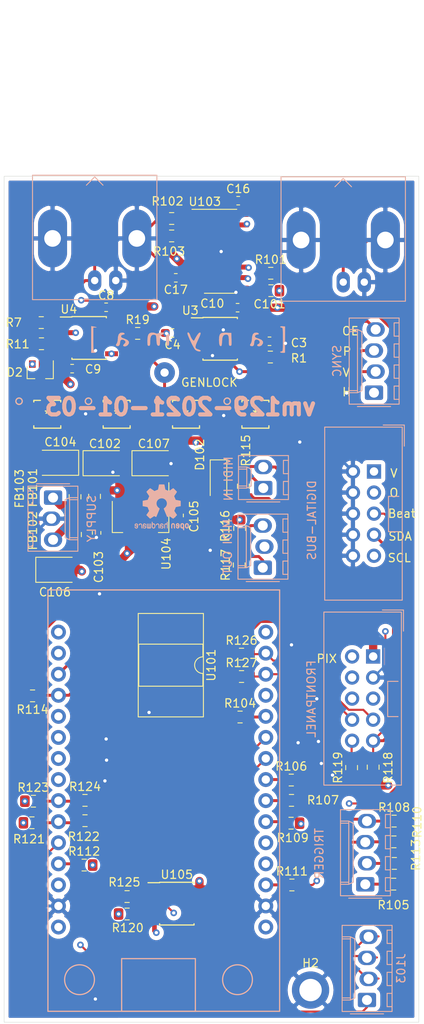
<source format=kicad_pcb>
(kicad_pcb (version 20171130) (host pcbnew "(5.1.5-0-10_14)")
  (layers (0 F.Cu signal) (1 In1.Cu signal) (2 In2.Cu signal) (31 B.Cu signal) (34 B.Paste user) (35 F.Paste user) (36 B.SilkS user) (37 F.SilkS user) (38 B.Mask user) (39 F.Mask user) (44 Edge.Cuts user))
  (net 0 "")
  (net 1 GND)
  (net 2 "Net-(C3-Pad1)")
  (net 3 "Net-(C4-Pad1)")
  (net 4 +5V)
  (net 5 -5V)
  (net 6 VCC)
  (net 7 "Net-(D2-Pad3)")
  (net 8 3V3)
  (net 9 "Net-(D102-Pad2)")
  (net 10 "Net-(D102-Pad1)")
  (net 11 "Net-(FB101-Pad1)")
  (net 12 "Net-(FB102-Pad1)")
  (net 13 /hsync)
  (net 14 /vsync)
  (net 15 /porch)
  (net 16 /genlock)
  (net 17 /oddeven)
  (net 18 /beatsync)
  (net 19 /sda)
  (net 20 /scl)
  (net 21 "Net-(J107-Pad1)")
  (net 22 /pix)
  (net 23 /btn_clk)
  (net 24 /btn_data)
  (net 25 /btn_latch)
  (net 26 "Net-(J110-Pad3)")
  (net 27 "Net-(J110-Pad1)")
  (net 28 /enc_a)
  (net 29 /enc_b)
  (net 30 "Net-(R11-Pad2)")
  (net 31 "Net-(R106-Pad1)")
  (net 32 "Net-(R107-Pad1)")
  (net 33 "Net-(R109-Pad1)")
  (net 34 "Net-(R111-Pad1)")
  (net 35 "Net-(R112-Pad1)")
  (net 36 /rx)
  (net 37 /tx)
  (net 38 "Net-(R19-Pad1)")
  (net 39 "Net-(R121-Pad2)")
  (net 40 "Net-(R123-Pad2)")
  (net 41 "Net-(R104-Pad2)")
  (net 42 "Net-(C101-Pad2)")
  (net 43 "Net-(C101-Pad1)")
  (net 44 /genlock_in)
  (net 45 /synctip)
  (net 46 "Net-(U103-Pad15)")
  (net 47 /trig_in)
  (net 48 /trig3)
  (net 49 /trig2)
  (net 50 /trig1)
  (net 51 "Net-(R120-Pad2)")
  (net 52 "Net-(U105-Pad5)")
  (net 53 /mux2)
  (net 54 /mux1)
  (net 55 /mux3)
  (net 56 /mux4)
  (module synkie_footprints:R_0805_2012Metric_Pad1.15x1.40mm_HandSolder (layer F.Cu) (at 75.225 111.9)
    (fp_text reference R127 (at 0 -1.65) (layer F.SilkS))
    (fp_text value 4k7)
    (pad 2 smd roundrect (at 1.025 0) (size 1.15 1.4) (layers F.Cu F.Paste F.Mask) (roundrect_rratio 0.217391) (net 29 /enc_b))
    (pad 1 smd roundrect (at -1.025 0) (size 1.15 1.4) (layers F.Cu F.Paste F.Mask) (roundrect_rratio 0.217391) (net 8 3V3))
  )
  (module synkie_footprints:R_0805_2012Metric_Pad1.15x1.40mm_HandSolder (layer F.Cu) (at 75.225 109.2)
    (fp_text reference R126 (at 0 -1.65) (layer F.SilkS))
    (fp_text value 4k7)
    (pad 2 smd roundrect (at 1.025 0) (size 1.15 1.4) (layers F.Cu F.Paste F.Mask) (roundrect_rratio 0.217391) (net 28 /enc_a))
    (pad 1 smd roundrect (at -1.025 0) (size 1.15 1.4) (layers F.Cu F.Paste F.Mask) (roundrect_rratio 0.217391) (net 8 3V3))
  )
  (module synkie_footprints:Molex_KK-254_AE-6410-04A_1x04_P2.54mm_Vertical (layer B.Cu) (at 90.35 150.9 90)
    (fp_text reference J103 (at 3.81 4.12 90) (layer B.SilkS) (effects (justify mirror)))
    (fp_text value triggers)
    (pad 1 thru_hole roundrect (at 0 0 90) (size 1.74 2.2) (drill 1.2) (layers *.Cu *.Mask) (roundrect_rratio 0.143678) (net 54 /mux1))
    (pad 2 thru_hole oval (at 2.54 0.2 90) (size 1.74 2.2) (drill 1.2) (layers *.Cu *.Mask) (net 53 /mux2))
    (pad 3 thru_hole oval (at 5.08 0 90) (size 1.74 2.2) (drill 1.2) (layers *.Cu *.Mask) (net 55 /mux3))
    (pad 4 thru_hole oval (at 7.62 0.2 90) (size 1.74 2.2) (drill 1.2) (layers *.Cu *.Mask) (net 56 /mux4))
  )
  (module synkie_footprints:SOIC-8_3.9x4.9mm_P1.27mm (layer F.Cu) (at 67.425 139.28)
    (fp_text reference U105 (at 0 -3.5) (layer F.SilkS))
    (fp_text value LM311)
    (pad 8 smd rect (at 2.7 -1.905) (size 1.55 0.6) (layers F.Cu F.Paste F.Mask) (net 4 +5V))
    (pad 7 smd rect (at 2.7 -0.635) (size 1.55 0.6) (layers F.Cu F.Paste F.Mask) (net 41 "Net-(R104-Pad2)"))
    (pad 6 smd rect (at 2.7 0.635) (size 1.55 0.6) (layers F.Cu F.Paste F.Mask) (net 52 "Net-(U105-Pad5)"))
    (pad 5 smd rect (at 2.7 1.905) (size 1.55 0.6) (layers F.Cu F.Paste F.Mask) (net 52 "Net-(U105-Pad5)"))
    (pad 4 smd rect (at -2.7 1.905) (size 1.55 0.6) (layers F.Cu F.Paste F.Mask) (net 5 -5V))
    (pad 3 smd rect (at -2.7 0.635) (size 1.55 0.6) (layers F.Cu F.Paste F.Mask) (net 51 "Net-(R120-Pad2)"))
    (pad 2 smd rect (at -2.7 -0.635) (size 1.55 0.6) (layers F.Cu F.Paste F.Mask) (net 47 /trig_in))
    (pad 1 smd rect (at -2.7 -1.905) (size 1.55 0.6) (layers F.Cu F.Paste F.Mask) (net 1 GND))
  )
  (module synkie_footprints:R_0805_2012Metric_Pad1.15x1.40mm_HandSolder (layer F.Cu) (at 61.425 138.43 180)
    (fp_text reference R125 (at 0.325 1.73) (layer F.SilkS))
    (fp_text value 180)
    (pad 2 smd roundrect (at 1.025 0 180) (size 1.15 1.4) (layers F.Cu F.Paste F.Mask) (roundrect_rratio 0.217391) (net 1 GND))
    (pad 1 smd roundrect (at -1.025 0 180) (size 1.15 1.4) (layers F.Cu F.Paste F.Mask) (roundrect_rratio 0.217391) (net 51 "Net-(R120-Pad2)"))
  )
  (module synkie_footprints:R_0805_2012Metric_Pad1.15x1.40mm_HandSolder (layer F.Cu) (at 61.425 140.53)
    (fp_text reference R120 (at 0.075 1.67) (layer F.SilkS))
    (fp_text value 1k)
    (pad 2 smd roundrect (at 1.025 0) (size 1.15 1.4) (layers F.Cu F.Paste F.Mask) (roundrect_rratio 0.217391) (net 51 "Net-(R120-Pad2)"))
    (pad 1 smd roundrect (at -1.025 0) (size 1.15 1.4) (layers F.Cu F.Paste F.Mask) (roundrect_rratio 0.217391) (net 8 3V3))
  )
  (module synkie_footprints:R_0805_2012Metric_Pad1.15x1.40mm_HandSolder (layer F.Cu) (at 93.575 136.93)
    (fp_text reference R105 (at -0.025 2.52) (layer F.SilkS))
    (fp_text value 10k)
    (pad 2 smd roundrect (at 1.025 0) (size 1.15 1.4) (layers F.Cu F.Paste F.Mask) (roundrect_rratio 0.217391) (net 1 GND))
    (pad 1 smd roundrect (at -1.025 0) (size 1.15 1.4) (layers F.Cu F.Paste F.Mask) (roundrect_rratio 0.217391) (net 47 /trig_in))
  )
  (module synkie_footprints:R_0805_2012Metric_Pad1.15x1.40mm_HandSolder (layer F.Cu) (at 75.05 116.78)
    (fp_text reference R104 (at 0 -1.65) (layer F.SilkS))
    (fp_text value 4k7)
    (pad 2 smd roundrect (at 1.025 0) (size 1.15 1.4) (layers F.Cu F.Paste F.Mask) (roundrect_rratio 0.217391) (net 41 "Net-(R104-Pad2)"))
    (pad 1 smd roundrect (at -1.025 0) (size 1.15 1.4) (layers F.Cu F.Paste F.Mask) (roundrect_rratio 0.217391) (net 8 3V3))
  )
  (module synkie_footprints:Molex_KK-254_AE-6410-04A_1x04_P2.54mm_Vertical (layer B.Cu) (at 90.15 136.95 90)
    (fp_text reference J102 hide)
    (fp_text value triggers)
    (pad 1 thru_hole roundrect (at 0 0 90) (size 1.74 2.2) (drill 1.2) (layers *.Cu *.Mask) (roundrect_rratio 0.143678) (net 47 /trig_in))
    (pad 2 thru_hole oval (at 2.54 0.2 90) (size 1.74 2.2) (drill 1.2) (layers *.Cu *.Mask) (net 50 /trig1))
    (pad 3 thru_hole oval (at 5.08 0 90) (size 1.74 2.2) (drill 1.2) (layers *.Cu *.Mask) (net 49 /trig2))
    (pad 4 thru_hole oval (at 7.62 0.2 90) (size 1.74 2.2) (drill 1.2) (layers *.Cu *.Mask) (net 48 /trig3))
  )
  (module Diode_SMD:D_MiniMELF (layer F.Cu) (at 72.45 88.33 270)
    (fp_text reference D102 (at -3.18 2.25 90) (layer F.SilkS))
    (fp_text value D)
    (pad 2 smd rect (at 1.75 0 270) (size 1.3 1.7) (layers F.Cu F.Paste F.Mask) (net 9 "Net-(D102-Pad2)"))
    (pad 1 smd rect (at -1.75 0 270) (size 1.3 1.7) (layers F.Cu F.Paste F.Mask) (net 10 "Net-(D102-Pad1)"))
  )
  (module Package_TO_SOT_SMD:SOT-223-3_TabPin2 (layer F.Cu) (at 63.05 92.63 270)
    (fp_text reference U104 (at 4.47 -3.1 270) (layer F.SilkS))
    (fp_text value LD1117S33TR_SOT223)
    (pad 1 smd rect (at -3.15 -2.3 270) (size 2 1.5) (layers F.Cu F.Paste F.Mask) (net 1 GND))
    (pad 3 smd rect (at -3.15 2.3 270) (size 2 1.5) (layers F.Cu F.Paste F.Mask) (net 6 VCC))
    (pad 2 smd rect (at -3.15 0 270) (size 2 1.5) (layers F.Cu F.Paste F.Mask) (net 8 3V3))
    (pad 2 smd rect (at 3.15 0 270) (size 2 3.8) (layers F.Cu F.Paste F.Mask) (net 8 3V3))
  )
  (module synkie_footprints:SOIC-16_3.9x9.9mm_P1.27mm (layer F.Cu) (at 72.7 60.63)
    (fp_text reference U103 (at -1.9 -5.98) (layer F.SilkS))
    (fp_text value 4053)
    (pad 1 smd roundrect (at -2.475 -4.445) (size 1.95 0.6) (layers F.Cu F.Paste F.Mask))
    (pad 2 smd roundrect (at -2.475 -3.175) (size 1.95 0.6) (layers F.Cu F.Paste F.Mask) (net 45 /synctip))
    (pad 3 smd roundrect (at -2.475 -1.905) (size 1.95 0.6) (layers F.Cu F.Paste F.Mask) (net 1 GND))
    (pad 4 smd roundrect (at -2.475 -0.635) (size 1.95 0.6) (layers F.Cu F.Paste F.Mask))
    (pad 5 smd roundrect (at -2.475 0.635) (size 1.95 0.6) (layers F.Cu F.Paste F.Mask) (net 1 GND))
    (pad 6 smd roundrect (at -2.475 1.905) (size 1.95 0.6) (layers F.Cu F.Paste F.Mask) (net 1 GND))
    (pad 7 smd roundrect (at -2.475 3.175) (size 1.95 0.6) (layers F.Cu F.Paste F.Mask) (net 5 -5V))
    (pad 8 smd roundrect (at -2.475 4.445) (size 1.95 0.6) (layers F.Cu F.Paste F.Mask) (net 1 GND))
    (pad 9 smd roundrect (at 2.475 4.445) (size 1.95 0.6) (layers F.Cu F.Paste F.Mask) (net 1 GND))
    (pad 10 smd roundrect (at 2.475 3.175) (size 1.95 0.6) (layers F.Cu F.Paste F.Mask) (net 13 /hsync))
    (pad 11 smd roundrect (at 2.475 1.905) (size 1.95 0.6) (layers F.Cu F.Paste F.Mask) (net 15 /porch))
    (pad 12 smd roundrect (at 2.475 0.635) (size 1.95 0.6) (layers F.Cu F.Paste F.Mask) (net 43 "Net-(C101-Pad1)"))
    (pad 13 smd roundrect (at 2.475 -0.635) (size 1.95 0.6) (layers F.Cu F.Paste F.Mask) (net 1 GND))
    (pad 14 smd roundrect (at 2.475 -1.905) (size 1.95 0.6) (layers F.Cu F.Paste F.Mask))
    (pad 15 smd roundrect (at 2.475 -3.175) (size 1.95 0.6) (layers F.Cu F.Paste F.Mask) (net 46 "Net-(U103-Pad15)"))
    (pad 16 smd roundrect (at 2.475 -4.445) (size 1.95 0.6) (layers F.Cu F.Paste F.Mask) (net 4 +5V))
  )
  (module anyma_footprints:ESP32_Devboard (layer B.Cu) (at 65.45 147.18 180)
    (fp_text reference U102 hide)
    (fp_text value ESP32-DevBoard)
    (pad 30 thru_hole circle (at 12.3 40.64 180) (size 1.8 1.8) (drill 1) (layers *.Cu *.Mask) (net 53 /mux2))
    (pad 29 thru_hole circle (at 12.3 38.1 180) (size 1.8 1.8) (drill 1) (layers *.Cu *.Mask) (net 20 /scl))
    (pad 28 thru_hole circle (at 12.3 35.56 180) (size 1.8 1.8) (drill 1) (layers *.Cu *.Mask) (net 37 /tx))
    (pad 27 thru_hole circle (at 12.3 33.02 180) (size 1.8 1.8) (drill 1) (layers *.Cu *.Mask) (net 36 /rx))
    (pad 26 thru_hole circle (at 12.3 30.48 180) (size 1.8 1.8) (drill 1) (layers *.Cu *.Mask) (net 19 /sda))
    (pad 25 thru_hole circle (at 12.3 27.94 180) (size 1.8 1.8) (drill 1) (layers *.Cu *.Mask) (net 24 /btn_data))
    (pad 24 thru_hole circle (at 12.3 25.4 180) (size 1.8 1.8) (drill 1) (layers *.Cu *.Mask) (net 23 /btn_clk))
    (pad 23 thru_hole circle (at 12.3 22.86 180) (size 1.8 1.8) (drill 1) (layers *.Cu *.Mask) (net 25 /btn_latch))
    (pad 22 thru_hole circle (at 12.3 20.32 180) (size 1.8 1.8) (drill 1) (layers *.Cu *.Mask) (net 40 "Net-(R123-Pad2)"))
    (pad 21 thru_hole circle (at 12.3 17.78 180) (size 1.8 1.8) (drill 1) (layers *.Cu *.Mask) (net 39 "Net-(R121-Pad2)"))
    (pad 20 thru_hole circle (at 12.3 15.24 180) (size 1.8 1.8) (drill 1) (layers *.Cu *.Mask) (net 54 /mux1))
    (pad 19 thru_hole circle (at 12.3 12.7 180) (size 1.8 1.8) (drill 1) (layers *.Cu *.Mask) (net 35 "Net-(R112-Pad1)"))
    (pad 18 thru_hole circle (at 12.3 10.16 180) (size 1.8 1.8) (drill 1) (layers *.Cu *.Mask))
    (pad 17 thru_hole circle (at 12.3 7.62 180) (size 1.8 1.8) (drill 1) (layers *.Cu *.Mask) (net 1 GND))
    (pad 16 thru_hole circle (at 12.3 5.08 180) (size 1.8 1.8) (drill 1) (layers *.Cu *.Mask))
    (pad 15 thru_hole circle (at -12.7 5.08 180) (size 1.8 1.8) (drill 1) (layers *.Cu *.Mask) (net 6 VCC))
    (pad 14 thru_hole circle (at -12.7 7.62 180) (size 1.8 1.8) (drill 1) (layers *.Cu *.Mask) (net 1 GND))
    (pad 13 thru_hole circle (at -12.7 10.16 180) (size 1.8 1.8) (drill 1) (layers *.Cu *.Mask) (net 34 "Net-(R111-Pad1)"))
    (pad 12 thru_hole circle (at -12.7 12.7 180) (size 1.8 1.8) (drill 1) (layers *.Cu *.Mask))
    (pad 11 thru_hole circle (at -12.7 15.24 180) (size 1.8 1.8) (drill 1) (layers *.Cu *.Mask))
    (pad 10 thru_hole circle (at -12.7 17.78 180) (size 1.8 1.8) (drill 1) (layers *.Cu *.Mask) (net 33 "Net-(R109-Pad1)"))
    (pad 9 thru_hole circle (at -12.7 20.32 180) (size 1.8 1.8) (drill 1) (layers *.Cu *.Mask) (net 32 "Net-(R107-Pad1)"))
    (pad 8 thru_hole circle (at -12.7 22.86 180) (size 1.8 1.8) (drill 1) (layers *.Cu *.Mask) (net 31 "Net-(R106-Pad1)"))
    (pad 7 thru_hole circle (at -12.7 25.4 180) (size 1.8 1.8) (drill 1) (layers *.Cu *.Mask) (net 56 /mux4))
    (pad 6 thru_hole circle (at -12.7 27.94 180) (size 1.8 1.8) (drill 1) (layers *.Cu *.Mask) (net 55 /mux3))
    (pad 5 thru_hole circle (at -12.7 30.48 180) (size 1.8 1.8) (drill 1) (layers *.Cu *.Mask) (net 41 "Net-(R104-Pad2)"))
    (pad 4 thru_hole circle (at -12.7 33.02 180) (size 1.8 1.8) (drill 1) (layers *.Cu *.Mask))
    (pad 3 thru_hole circle (at -12.7 35.56 180) (size 1.8 1.8) (drill 1) (layers *.Cu *.Mask) (net 29 /enc_b))
    (pad 2 thru_hole circle (at -12.7 38.1 180) (size 1.8 1.8) (drill 1) (layers *.Cu *.Mask) (net 28 /enc_a))
    (pad 1 thru_hole circle (at -12.7 40.64 180) (size 1.8 1.8) (drill 1) (layers *.Cu *.Mask))
  )
  (module Package_DIP:DIP-6_W8.89mm_SMDSocket_LongPads (layer F.Cu) (at 66.7 110.53 270)
    (fp_text reference U101 (at 0 -4.87 90) (layer F.SilkS))
    (fp_text value 4N25)
    (pad 6 smd rect (at 4.445 -2.54 270) (size 3.1 1.6) (layers F.Cu F.Paste F.Mask))
    (pad 3 smd rect (at -4.445 2.54 270) (size 3.1 1.6) (layers F.Cu F.Paste F.Mask))
    (pad 5 smd rect (at 4.445 0 270) (size 3.1 1.6) (layers F.Cu F.Paste F.Mask) (net 36 /rx))
    (pad 2 smd rect (at -4.445 0 270) (size 3.1 1.6) (layers F.Cu F.Paste F.Mask) (net 9 "Net-(D102-Pad2)"))
    (pad 4 smd rect (at 4.445 2.54 270) (size 3.1 1.6) (layers F.Cu F.Paste F.Mask) (net 1 GND))
    (pad 1 smd rect (at -4.445 -2.54 270) (size 3.1 1.6) (layers F.Cu F.Paste F.Mask) (net 10 "Net-(D102-Pad1)"))
  )
  (module synkie_footprints:SOIC-8_3.9x4.9mm_P1.27mm (layer F.Cu) (at 56.85 71.08)
    (fp_text reference U4 (at -2.45 -3.455) (layer F.SilkS))
    (fp_text value LMH6643)
    (pad 8 smd rect (at 2.7 -1.905) (size 1.55 0.6) (layers F.Cu F.Paste F.Mask) (net 4 +5V))
    (pad 7 smd rect (at 2.7 -0.635) (size 1.55 0.6) (layers F.Cu F.Paste F.Mask) (net 38 "Net-(R19-Pad1)"))
    (pad 6 smd rect (at 2.7 0.635) (size 1.55 0.6) (layers F.Cu F.Paste F.Mask) (net 38 "Net-(R19-Pad1)"))
    (pad 5 smd rect (at 2.7 1.905) (size 1.55 0.6) (layers F.Cu F.Paste F.Mask) (net 46 "Net-(U103-Pad15)"))
    (pad 4 smd rect (at -2.7 1.905) (size 1.55 0.6) (layers F.Cu F.Paste F.Mask) (net 5 -5V))
    (pad 3 smd rect (at -2.7 0.635) (size 1.55 0.6) (layers F.Cu F.Paste F.Mask) (net 30 "Net-(R11-Pad2)"))
    (pad 2 smd rect (at -2.7 -0.635) (size 1.55 0.6) (layers F.Cu F.Paste F.Mask) (net 42 "Net-(C101-Pad2)"))
    (pad 1 smd rect (at -2.7 -1.905) (size 1.55 0.6) (layers F.Cu F.Paste F.Mask) (net 42 "Net-(C101-Pad2)"))
  )
  (module synkie_footprints:SOIC-8_3.9x4.9mm_P1.27mm (layer F.Cu) (at 72.65 71.18)
    (fp_text reference U3 (at -3.6 -3.405) (layer F.SilkS))
    (fp_text value LM1881)
    (pad 8 smd rect (at 2.7 -1.905) (size 1.55 0.6) (layers F.Cu F.Paste F.Mask) (net 4 +5V))
    (pad 7 smd rect (at 2.7 -0.635) (size 1.55 0.6) (layers F.Cu F.Paste F.Mask) (net 17 /oddeven))
    (pad 6 smd rect (at 2.7 0.635) (size 1.55 0.6) (layers F.Cu F.Paste F.Mask) (net 2 "Net-(C3-Pad1)"))
    (pad 5 smd rect (at 2.7 1.905) (size 1.55 0.6) (layers F.Cu F.Paste F.Mask) (net 15 /porch))
    (pad 4 smd rect (at -2.7 1.905) (size 1.55 0.6) (layers F.Cu F.Paste F.Mask) (net 1 GND))
    (pad 3 smd rect (at -2.7 0.635) (size 1.55 0.6) (layers F.Cu F.Paste F.Mask) (net 14 /vsync))
    (pad 2 smd rect (at -2.7 -0.635) (size 1.55 0.6) (layers F.Cu F.Paste F.Mask) (net 3 "Net-(C4-Pad1)"))
    (pad 1 smd rect (at -2.7 -1.905) (size 1.55 0.6) (layers F.Cu F.Paste F.Mask) (net 13 /hsync))
  )
  (module Symbol:OSHW-Logo2_7.3x6mm_SilkScreen (layer B.Cu) (at 65.6 91.5 180)
    (fp_text reference U2 hide)
    (fp_text value LOGO hide)
  )
  (module anyma_footprints:logo_anyma (layer B.Cu) (at 68.7 71.35 180)
    (fp_text reference U1 hide)
    (fp_text value LOGO hide)
  )
  (module synkie_footprints:R_0805_2012Metric_Pad1.15x1.40mm_HandSolder (layer F.Cu) (at 56.35 126.83)
    (fp_text reference R124 (at 0 -1.65) (layer F.SilkS))
    (fp_text value 3k)
    (pad 2 smd roundrect (at 1.025 0) (size 1.15 1.4) (layers F.Cu F.Paste F.Mask) (roundrect_rratio 0.217391) (net 1 GND))
    (pad 1 smd roundrect (at -1.025 0) (size 1.15 1.4) (layers F.Cu F.Paste F.Mask) (roundrect_rratio 0.217391) (net 40 "Net-(R123-Pad2)"))
  )
  (module synkie_footprints:R_0805_2012Metric_Pad1.15x1.40mm_HandSolder (layer F.Cu) (at 50.125 126.93)
    (fp_text reference R123 (at 0 -1.65) (layer F.SilkS))
    (fp_text value 2k)
    (pad 2 smd roundrect (at 1.025 0) (size 1.15 1.4) (layers F.Cu F.Paste F.Mask) (roundrect_rratio 0.217391) (net 40 "Net-(R123-Pad2)"))
    (pad 1 smd roundrect (at -1.025 0) (size 1.15 1.4) (layers F.Cu F.Paste F.Mask) (roundrect_rratio 0.217391) (net 17 /oddeven))
  )
  (module synkie_footprints:R_0805_2012Metric_Pad1.15x1.40mm_HandSolder (layer F.Cu) (at 56.35 129.28)
    (fp_text reference R122 (at -0.15 1.92) (layer F.SilkS))
    (fp_text value 3k)
    (pad 2 smd roundrect (at 1.025 0) (size 1.15 1.4) (layers F.Cu F.Paste F.Mask) (roundrect_rratio 0.217391) (net 1 GND))
    (pad 1 smd roundrect (at -1.025 0) (size 1.15 1.4) (layers F.Cu F.Paste F.Mask) (roundrect_rratio 0.217391) (net 39 "Net-(R121-Pad2)"))
  )
  (module synkie_footprints:R_0805_2012Metric_Pad1.15x1.40mm_HandSolder (layer F.Cu) (at 49.95 129.53)
    (fp_text reference R121 (at -0.35 1.97) (layer F.SilkS))
    (fp_text value 2k)
    (pad 2 smd roundrect (at 1.025 0) (size 1.15 1.4) (layers F.Cu F.Paste F.Mask) (roundrect_rratio 0.217391) (net 39 "Net-(R121-Pad2)"))
    (pad 1 smd roundrect (at -1.025 0) (size 1.15 1.4) (layers F.Cu F.Paste F.Mask) (roundrect_rratio 0.217391) (net 14 /vsync))
  )
  (module synkie_footprints:R_0805_2012Metric_Pad1.15x1.40mm_HandSolder (layer F.Cu) (at 88.5 122.88 90)
    (fp_text reference R119 (at 0 -1.65 90) (layer F.SilkS))
    (fp_text value R)
    (pad 2 smd roundrect (at 1.025 0 90) (size 1.15 1.4) (layers F.Cu F.Paste F.Mask) (roundrect_rratio 0.217391) (net 20 /scl))
    (pad 1 smd roundrect (at -1.025 0 90) (size 1.15 1.4) (layers F.Cu F.Paste F.Mask) (roundrect_rratio 0.217391) (net 8 3V3))
  )
  (module synkie_footprints:R_0805_2012Metric_Pad1.15x1.40mm_HandSolder (layer F.Cu) (at 91.1 122.83 90)
    (fp_text reference R118 (at -0.07 1.8 90) (layer F.SilkS))
    (fp_text value R)
    (pad 2 smd roundrect (at 1.025 0 90) (size 1.15 1.4) (layers F.Cu F.Paste F.Mask) (roundrect_rratio 0.217391) (net 19 /sda))
    (pad 1 smd roundrect (at -1.025 0 90) (size 1.15 1.4) (layers F.Cu F.Paste F.Mask) (roundrect_rratio 0.217391) (net 8 3V3))
  )
  (module synkie_footprints:R_0805_2012Metric_Pad1.15x1.40mm_HandSolder (layer F.Cu) (at 74.95 98.455 90)
    (fp_text reference R117 (at 0 -1.65 90) (layer F.SilkS))
    (fp_text value 220)
    (pad 2 smd roundrect (at 1.025 0 90) (size 1.15 1.4) (layers F.Cu F.Paste F.Mask) (roundrect_rratio 0.217391) (net 27 "Net-(J110-Pad1)"))
    (pad 1 smd roundrect (at -1.025 0 90) (size 1.15 1.4) (layers F.Cu F.Paste F.Mask) (roundrect_rratio 0.217391) (net 37 /tx))
  )
  (module synkie_footprints:R_0805_2012Metric_Pad1.15x1.40mm_HandSolder (layer F.Cu) (at 75 94.03 270)
    (fp_text reference R116 (at -0.28 1.75 90) (layer F.SilkS))
    (fp_text value 220)
    (pad 2 smd roundrect (at 1.025 0 270) (size 1.15 1.4) (layers F.Cu F.Paste F.Mask) (roundrect_rratio 0.217391) (net 26 "Net-(J110-Pad3)"))
    (pad 1 smd roundrect (at -1.025 0 270) (size 1.15 1.4) (layers F.Cu F.Paste F.Mask) (roundrect_rratio 0.217391) (net 8 3V3))
  )
  (module synkie_footprints:R_0805_2012Metric_Pad1.15x1.40mm_HandSolder (layer F.Cu) (at 75.45 88.955 90)
    (fp_text reference R115 (at 4.305 0.3 90) (layer F.SilkS))
    (fp_text value 220)
    (pad 2 smd roundrect (at 1.025 0 90) (size 1.15 1.4) (layers F.Cu F.Paste F.Mask) (roundrect_rratio 0.217391) (net 21 "Net-(J107-Pad1)"))
    (pad 1 smd roundrect (at -1.025 0 90) (size 1.15 1.4) (layers F.Cu F.Paste F.Mask) (roundrect_rratio 0.217391) (net 9 "Net-(D102-Pad2)"))
  )
  (module synkie_footprints:R_0805_2012Metric_Pad1.15x1.40mm_HandSolder (layer F.Cu) (at 50.025 114.23 180)
    (fp_text reference R114 (at 0 -1.65) (layer F.SilkS))
    (fp_text value 1k)
    (pad 2 smd roundrect (at 1.025 0 180) (size 1.15 1.4) (layers F.Cu F.Paste F.Mask) (roundrect_rratio 0.217391) (net 8 3V3))
    (pad 1 smd roundrect (at -1.025 0 180) (size 1.15 1.4) (layers F.Cu F.Paste F.Mask) (roundrect_rratio 0.217391) (net 36 /rx))
  )
  (module synkie_footprints:R_0805_2012Metric_Pad1.15x1.40mm_HandSolder (layer F.Cu) (at 93.65 134.43)
    (fp_text reference R113 (at 2.6 -1.03 90) (layer F.SilkS))
    (fp_text value 1k)
    (pad 2 smd roundrect (at 1.025 0) (size 1.15 1.4) (layers F.Cu F.Paste F.Mask) (roundrect_rratio 0.217391) (net 1 GND))
    (pad 1 smd roundrect (at -1.025 0) (size 1.15 1.4) (layers F.Cu F.Paste F.Mask) (roundrect_rratio 0.217391) (net 50 /trig1))
  )
  (module synkie_footprints:R_0805_2012Metric_Pad1.15x1.40mm_HandSolder (layer F.Cu) (at 56.25 134.63)
    (fp_text reference R112 (at 0 -1.65) (layer F.SilkS))
    (fp_text value 2k2)
    (pad 2 smd roundrect (at 1.025 0) (size 1.15 1.4) (layers F.Cu F.Paste F.Mask) (roundrect_rratio 0.217391) (net 50 /trig1))
    (pad 1 smd roundrect (at -1.025 0) (size 1.15 1.4) (layers F.Cu F.Paste F.Mask) (roundrect_rratio 0.217391) (net 35 "Net-(R112-Pad1)"))
  )
  (module synkie_footprints:R_0805_2012Metric_Pad1.15x1.40mm_HandSolder (layer F.Cu) (at 81.3 137.03)
    (fp_text reference R111 (at 0 -1.65) (layer F.SilkS))
    (fp_text value 100)
    (pad 2 smd roundrect (at 1.025 0) (size 1.15 1.4) (layers F.Cu F.Paste F.Mask) (roundrect_rratio 0.217391) (net 22 /pix))
    (pad 1 smd roundrect (at -1.025 0) (size 1.15 1.4) (layers F.Cu F.Paste F.Mask) (roundrect_rratio 0.217391) (net 34 "Net-(R111-Pad1)"))
  )
  (module synkie_footprints:R_0805_2012Metric_Pad1.15x1.40mm_HandSolder (layer F.Cu) (at 93.6 131.83)
    (fp_text reference R110 (at 2.8 -2.38 90) (layer F.SilkS))
    (fp_text value 1k)
    (pad 2 smd roundrect (at 1.025 0) (size 1.15 1.4) (layers F.Cu F.Paste F.Mask) (roundrect_rratio 0.217391) (net 1 GND))
    (pad 1 smd roundrect (at -1.025 0) (size 1.15 1.4) (layers F.Cu F.Paste F.Mask) (roundrect_rratio 0.217391) (net 49 /trig2))
  )
  (module synkie_footprints:R_0805_2012Metric_Pad1.15x1.40mm_HandSolder (layer F.Cu) (at 81.2 129.58)
    (fp_text reference R109 (at 0.2 1.77) (layer F.SilkS))
    (fp_text value 100)
    (pad 2 smd roundrect (at 1.025 0) (size 1.15 1.4) (layers F.Cu F.Paste F.Mask) (roundrect_rratio 0.217391) (net 18 /beatsync))
    (pad 1 smd roundrect (at -1.025 0) (size 1.15 1.4) (layers F.Cu F.Paste F.Mask) (roundrect_rratio 0.217391) (net 33 "Net-(R109-Pad1)"))
  )
  (module synkie_footprints:R_0805_2012Metric_Pad1.15x1.40mm_HandSolder (layer F.Cu) (at 93.625 129.33)
    (fp_text reference R108 (at 0 -1.65) (layer F.SilkS))
    (fp_text value 1k)
    (pad 2 smd roundrect (at 1.025 0) (size 1.15 1.4) (layers F.Cu F.Paste F.Mask) (roundrect_rratio 0.217391) (net 1 GND))
    (pad 1 smd roundrect (at -1.025 0) (size 1.15 1.4) (layers F.Cu F.Paste F.Mask) (roundrect_rratio 0.217391) (net 48 /trig3))
  )
  (module synkie_footprints:R_0805_2012Metric_Pad1.15x1.40mm_HandSolder (layer F.Cu) (at 81.25 126.83)
    (fp_text reference R107 (at 3.8 -0.03) (layer F.SilkS))
    (fp_text value 2k2)
    (pad 2 smd roundrect (at 1.025 0) (size 1.15 1.4) (layers F.Cu F.Paste F.Mask) (roundrect_rratio 0.217391) (net 49 /trig2))
    (pad 1 smd roundrect (at -1.025 0) (size 1.15 1.4) (layers F.Cu F.Paste F.Mask) (roundrect_rratio 0.217391) (net 32 "Net-(R107-Pad1)"))
  )
  (module synkie_footprints:R_0805_2012Metric_Pad1.15x1.40mm_HandSolder (layer F.Cu) (at 81.225 124.38)
    (fp_text reference R106 (at 0 -1.65) (layer F.SilkS))
    (fp_text value 2k2)
    (pad 2 smd roundrect (at 1.025 0) (size 1.15 1.4) (layers F.Cu F.Paste F.Mask) (roundrect_rratio 0.217391) (net 48 /trig3))
    (pad 1 smd roundrect (at -1.025 0) (size 1.15 1.4) (layers F.Cu F.Paste F.Mask) (roundrect_rratio 0.217391) (net 31 "Net-(R106-Pad1)"))
  )
  (module synkie_footprints:R_0805_2012Metric_Pad1.15x1.40mm_HandSolder (layer F.Cu) (at 66.8 58.78 180)
    (fp_text reference R103 (at 0.3 -1.87) (layer F.SilkS))
    (fp_text value 4k7)
    (pad 2 smd roundrect (at 1.025 0 180) (size 1.15 1.4) (layers F.Cu F.Paste F.Mask) (roundrect_rratio 0.217391) (net 5 -5V))
    (pad 1 smd roundrect (at -1.025 0 180) (size 1.15 1.4) (layers F.Cu F.Paste F.Mask) (roundrect_rratio 0.217391) (net 45 /synctip))
  )
  (module synkie_footprints:R_0805_2012Metric_Pad1.15x1.40mm_HandSolder (layer F.Cu) (at 66.8 56.68)
    (fp_text reference R102 (at -0.5 -2.08) (layer F.SilkS))
    (fp_text value 300)
    (pad 2 smd roundrect (at 1.025 0) (size 1.15 1.4) (layers F.Cu F.Paste F.Mask) (roundrect_rratio 0.217391) (net 45 /synctip))
    (pad 1 smd roundrect (at -1.025 0) (size 1.15 1.4) (layers F.Cu F.Paste F.Mask) (roundrect_rratio 0.217391) (net 1 GND))
  )
  (module synkie_footprints:R_0805_2012Metric_Pad1.15x1.40mm_HandSolder (layer F.Cu) (at 78.75 63.28)
    (fp_text reference R101 (at 0 -1.65) (layer F.SilkS))
    (fp_text value 560)
    (pad 2 smd roundrect (at 1.025 0) (size 1.15 1.4) (layers F.Cu F.Paste F.Mask) (roundrect_rratio 0.217391) (net 1 GND))
    (pad 1 smd roundrect (at -1.025 0) (size 1.15 1.4) (layers F.Cu F.Paste F.Mask) (roundrect_rratio 0.217391) (net 43 "Net-(C101-Pad1)"))
  )
  (module synkie_footprints:R_0805_2012Metric_Pad1.15x1.40mm_HandSolder (layer F.Cu) (at 62.7 70.53)
    (fp_text reference R19 (at 0 -1.65) (layer F.SilkS))
    (fp_text value 75)
    (pad 2 smd roundrect (at 1.025 0) (size 1.15 1.4) (layers F.Cu F.Paste F.Mask) (roundrect_rratio 0.217391) (net 16 /genlock))
    (pad 1 smd roundrect (at -1.025 0) (size 1.15 1.4) (layers F.Cu F.Paste F.Mask) (roundrect_rratio 0.217391) (net 38 "Net-(R19-Pad1)"))
  )
  (module synkie_footprints:R_0805_2012Metric_Pad1.15x1.40mm_HandSolder (layer F.Cu) (at 51.1 71.78)
    (fp_text reference R11 (at -2.875 0.045) (layer F.SilkS))
    (fp_text value 75)
    (pad 2 smd roundrect (at 1.025 0) (size 1.15 1.4) (layers F.Cu F.Paste F.Mask) (roundrect_rratio 0.217391) (net 30 "Net-(R11-Pad2)"))
    (pad 1 smd roundrect (at -1.025 0) (size 1.15 1.4) (layers F.Cu F.Paste F.Mask) (roundrect_rratio 0.217391) (net 7 "Net-(D2-Pad3)"))
  )
  (module synkie_footprints:R_0805_2012Metric_Pad1.15x1.40mm_HandSolder (layer F.Cu) (at 51.075 69.23 180)
    (fp_text reference R7 (at 3.325 0.005) (layer F.SilkS))
    (fp_text value 75)
    (pad 2 smd roundrect (at 1.025 0 180) (size 1.15 1.4) (layers F.Cu F.Paste F.Mask) (roundrect_rratio 0.217391) (net 7 "Net-(D2-Pad3)"))
    (pad 1 smd roundrect (at -1.025 0 180) (size 1.15 1.4) (layers F.Cu F.Paste F.Mask) (roundrect_rratio 0.217391) (net 44 /genlock_in))
  )
  (module synkie_footprints:R_0805_2012Metric_Pad1.15x1.40mm_HandSolder (layer F.Cu) (at 78.7 73.38)
    (fp_text reference R1 (at 3.45 0.145) (layer F.SilkS))
    (fp_text value 680k)
    (pad 2 smd roundrect (at 1.025 0) (size 1.15 1.4) (layers F.Cu F.Paste F.Mask) (roundrect_rratio 0.217391) (net 1 GND))
    (pad 1 smd roundrect (at -1.025 0) (size 1.15 1.4) (layers F.Cu F.Paste F.Mask) (roundrect_rratio 0.217391) (net 2 "Net-(C3-Pad1)"))
  )
  (module synkie_footprints:BNC_MOLEX_0731000080_Horizontal (layer B.Cu) (at 57.52 64.16 180)
    (fp_text reference J119 hide)
    (fp_text value Conn_Coaxial)
    (pad 2 thru_hole oval (at -5.08 5.08 180) (size 3.5 7) (drill 2.01) (layers *.Cu *.Mask) (net 1 GND))
    (pad 2 thru_hole oval (at 5.08 5.08 180) (size 3.5 7) (drill 2.01) (layers *.Cu *.Mask) (net 1 GND))
    (pad 1 thru_hole oval (at 0 0 180) (size 1.6 2.5) (drill 0.89) (layers *.Cu *.Mask) (net 44 /genlock_in))
    (pad 2 thru_hole oval (at -2.54 0 180) (size 1.6 2.5) (drill 0.89) (layers *.Cu *.Mask) (net 1 GND))
  )
  (module synkie_footprints:TE_UMCC_2337019-1 (layer F.Cu) (at 76.9 80.28)
    (fp_text reference J115 hide)
    (fp_text value UMCC hide)
    (fp_text user * (at 0 0) (layer F.SilkS))
    (pad 1 smd rect (at 0 -1.5744) (size 1 1.05) (layers F.Cu F.Paste F.Mask) (net 16 /genlock))
    (pad 2 smd rect (at -1.497501 -0.049399) (size 1.0414 2.2098) (layers F.Cu F.Paste F.Mask) (net 1 GND))
    (pad 3 smd rect (at 1.497501 -0.049399) (size 1.0414 2.2098) (layers F.Cu F.Paste F.Mask) (net 1 GND))
  )
  (module synkie_footprints:TE_UMCC_2337019-1 (layer F.Cu) (at 51.802499 80.28)
    (fp_text reference J114 hide)
    (fp_text value UMCC hide)
    (fp_text user * (at 0 0) (layer F.SilkS))
    (pad 1 smd rect (at 0 -1.5744) (size 1 1.05) (layers F.Cu F.Paste F.Mask) (net 16 /genlock))
    (pad 2 smd rect (at -1.497501 -0.049399) (size 1.0414 2.2098) (layers F.Cu F.Paste F.Mask) (net 1 GND))
    (pad 3 smd rect (at 1.497501 -0.049399) (size 1.0414 2.2098) (layers F.Cu F.Paste F.Mask) (net 1 GND))
  )
  (module synkie_footprints:TE_UMCC_2337019-1 (layer F.Cu) (at 68.534165 80.28)
    (fp_text reference J113 hide)
    (fp_text value UMCC hide)
    (fp_text user * (at 0 0) (layer F.SilkS))
    (pad 1 smd rect (at 0 -1.5744) (size 1 1.05) (layers F.Cu F.Paste F.Mask) (net 16 /genlock))
    (pad 2 smd rect (at -1.497501 -0.049399) (size 1.0414 2.2098) (layers F.Cu F.Paste F.Mask) (net 1 GND))
    (pad 3 smd rect (at 1.497501 -0.049399) (size 1.0414 2.2098) (layers F.Cu F.Paste F.Mask) (net 1 GND))
  )
  (module synkie_footprints:TE_UMCC_2337019-1 (layer F.Cu) (at 60.168332 80.28)
    (fp_text reference J112 hide)
    (fp_text value UMCC hide)
    (fp_text user * (at 0 0) (layer F.SilkS))
    (pad 1 smd rect (at 0 -1.5744) (size 1 1.05) (layers F.Cu F.Paste F.Mask) (net 16 /genlock))
    (pad 2 smd rect (at -1.497501 -0.049399) (size 1.0414 2.2098) (layers F.Cu F.Paste F.Mask) (net 1 GND))
    (pad 3 smd rect (at 1.497501 -0.049399) (size 1.0414 2.2098) (layers F.Cu F.Paste F.Mask) (net 1 GND))
  )
  (module synkie_footprints:Solderpad_1mm (layer F.Cu) (at 66.452999 75.508999)
    (fp_text reference J111 hide)
    (fp_text value GENLOCK)
    (pad 1 thru_hole circle (at -0.508 -0.254) (size 2.5 2.5) (drill 1) (layers *.Cu *.Mask) (net 16 /genlock))
  )
  (module synkie_footprints:Molex_KK-254_AE-6410-03A_1x03_P2.54mm_Vertical (layer B.Cu) (at 77.79 98.78 90)
    (fp_text reference J110 hide)
    (fp_text value MIDI-OUT)
    (pad 3 thru_hole oval (at 5.08 0 90) (size 1.74 2.2) (drill 1.2) (layers *.Cu *.Mask) (net 26 "Net-(J110-Pad3)"))
    (pad 2 thru_hole oval (at 2.54 0.2 90) (size 1.74 2.2) (drill 1.2) (layers *.Cu *.Mask))
    (pad 1 thru_hole roundrect (at 0 0 90) (size 1.74 2.2) (drill 1.2) (layers *.Cu *.Mask) (roundrect_rratio 0.143678) (net 27 "Net-(J110-Pad1)"))
  )
  (module synkie_footprints:IDC-Header_2x05_P2.54mm_Vertical (layer B.Cu) (at 91.1 109.48 180)
    (fp_text reference J109 hide)
    (fp_text value Frontpanel)
    (pad 1 thru_hole rect (at 0 0 180) (size 1.7272 1.7272) (drill 1.016) (layers *.Cu *.Mask) (net 8 3V3))
    (pad 2 thru_hole oval (at 2.54 0 180) (size 1.7272 1.7272) (drill 1.016) (layers *.Cu *.Mask) (net 22 /pix))
    (pad 3 thru_hole oval (at 0 -2.54 180) (size 1.7272 1.7272) (drill 1.016) (layers *.Cu *.Mask) (net 1 GND))
    (pad 4 thru_hole oval (at 2.54 -2.54 180) (size 1.7272 1.7272) (drill 1.016) (layers *.Cu *.Mask) (net 23 /btn_clk))
    (pad 5 thru_hole oval (at 0 -5.08 180) (size 1.7272 1.7272) (drill 1.016) (layers *.Cu *.Mask) (net 24 /btn_data))
    (pad 6 thru_hole oval (at 2.54 -5.08 180) (size 1.7272 1.7272) (drill 1.016) (layers *.Cu *.Mask) (net 25 /btn_latch))
    (pad 7 thru_hole oval (at 0 -7.62 180) (size 1.7272 1.7272) (drill 1.016) (layers *.Cu *.Mask) (net 28 /enc_a))
    (pad 8 thru_hole oval (at 2.54 -7.62 180) (size 1.7272 1.7272) (drill 1.016) (layers *.Cu *.Mask) (net 29 /enc_b))
    (pad 9 thru_hole oval (at 0 -10.16 180) (size 1.7272 1.7272) (drill 1.016) (layers *.Cu *.Mask) (net 19 /sda))
    (pad 10 thru_hole oval (at 2.54 -10.16 180) (size 1.7272 1.7272) (drill 1.016) (layers *.Cu *.Mask) (net 20 /scl))
  )
  (module synkie_footprints:Molex_KK-254_AE-6410-03A_1x03_P2.54mm_Vertical (layer B.Cu) (at 52.5 90.33 270)
    (fp_text reference J108 hide)
    (fp_text value Supply)
    (pad 3 thru_hole oval (at 5.08 0 270) (size 1.74 2.2) (drill 1.2) (layers *.Cu *.Mask) (net 12 "Net-(FB102-Pad1)"))
    (pad 2 thru_hole oval (at 2.54 0.2 270) (size 1.74 2.2) (drill 1.2) (layers *.Cu *.Mask) (net 1 GND))
    (pad 1 thru_hole roundrect (at 0 0 270) (size 1.74 2.2) (drill 1.2) (layers *.Cu *.Mask) (roundrect_rratio 0.143678) (net 11 "Net-(FB101-Pad1)"))
  )
  (module synkie_footprints:Molex_KK-254_AE-6410-02A_1x02_P2.54mm_Vertical (layer B.Cu) (at 77.85 89.18 90)
    (fp_text reference J107 hide)
    (fp_text value MIDI-IN)
    (pad 2 thru_hole oval (at 2.54 0 90) (size 1.74 2.2) (drill 1.2) (layers *.Cu *.Mask) (net 10 "Net-(D102-Pad1)"))
    (pad 1 thru_hole roundrect (at 0 0 90) (size 1.74 2.2) (drill 1.2) (layers *.Cu *.Mask) (roundrect_rratio 0.143678) (net 21 "Net-(J107-Pad1)"))
  )
  (module synkie_footprints:IDC-Header_2x05_P2.54mm_Vertical (layer B.Cu) (at 91.2 87.18 180)
    (fp_text reference J106 hide)
    (fp_text value Digitalbus)
    (pad 1 thru_hole rect (at 0 0 180) (size 1.7272 1.7272) (drill 1.016) (layers *.Cu *.Mask) (net 14 /vsync))
    (pad 2 thru_hole oval (at 2.54 0 180) (size 1.7272 1.7272) (drill 1.016) (layers *.Cu *.Mask) (net 1 GND))
    (pad 3 thru_hole oval (at 0 -2.54 180) (size 1.7272 1.7272) (drill 1.016) (layers *.Cu *.Mask) (net 17 /oddeven))
    (pad 4 thru_hole oval (at 2.54 -2.54 180) (size 1.7272 1.7272) (drill 1.016) (layers *.Cu *.Mask) (net 1 GND))
    (pad 5 thru_hole oval (at 0 -5.08 180) (size 1.7272 1.7272) (drill 1.016) (layers *.Cu *.Mask) (net 18 /beatsync))
    (pad 6 thru_hole oval (at 2.54 -5.08 180) (size 1.7272 1.7272) (drill 1.016) (layers *.Cu *.Mask) (net 1 GND))
    (pad 7 thru_hole oval (at 0 -7.62 180) (size 1.7272 1.7272) (drill 1.016) (layers *.Cu *.Mask) (net 19 /sda))
    (pad 8 thru_hole oval (at 2.54 -7.62 180) (size 1.7272 1.7272) (drill 1.016) (layers *.Cu *.Mask) (net 1 GND))
    (pad 9 thru_hole oval (at 0 -10.16 180) (size 1.7272 1.7272) (drill 1.016) (layers *.Cu *.Mask) (net 20 /scl))
    (pad 10 thru_hole oval (at 2.54 -10.16 180) (size 1.7272 1.7272) (drill 1.016) (layers *.Cu *.Mask) (net 1 GND))
  )
  (module synkie_footprints:BNC_MOLEX_0731000080_Horizontal (layer B.Cu) (at 87.49 64.35 180)
    (fp_text reference J101 hide)
    (fp_text value Conn_Coaxial)
    (pad 2 thru_hole oval (at -5.08 5.08 180) (size 3.5 7) (drill 2.01) (layers *.Cu *.Mask) (net 1 GND))
    (pad 2 thru_hole oval (at 5.08 5.08 180) (size 3.5 7) (drill 2.01) (layers *.Cu *.Mask) (net 1 GND))
    (pad 1 thru_hole oval (at 0 0 180) (size 1.6 2.5) (drill 0.89) (layers *.Cu *.Mask) (net 44 /genlock_in))
    (pad 2 thru_hole oval (at -2.54 0 180) (size 1.6 2.5) (drill 0.89) (layers *.Cu *.Mask) (net 1 GND))
  )
  (module synkie_footprints:Molex_KK-254_AE-6410-04A_1x04_P2.54mm_Vertical (layer B.Cu) (at 91.2 77.68 90)
    (fp_text reference J6 hide)
    (fp_text value Sync-Bus)
    (pad 1 thru_hole roundrect (at 0 0 90) (size 1.74 2.2) (drill 1.2) (layers *.Cu *.Mask) (roundrect_rratio 0.143678) (net 13 /hsync))
    (pad 2 thru_hole oval (at 2.54 0.2 90) (size 1.74 2.2) (drill 1.2) (layers *.Cu *.Mask) (net 14 /vsync))
    (pad 3 thru_hole oval (at 5.08 0 90) (size 1.74 2.2) (drill 1.2) (layers *.Cu *.Mask) (net 15 /porch))
    (pad 4 thru_hole oval (at 7.62 0.2 90) (size 1.74 2.2) (drill 1.2) (layers *.Cu *.Mask) (net 17 /oddeven))
  )
  (module MountingHole:MountingHole_2.7mm_M2.5_ISO7380_Pad (layer F.Cu) (at 83.55 149.7)
    (fp_text reference H2 (at 0 -3.25) (layer F.SilkS))
    (fp_text value MountingHole_Pad)
    (pad 1 thru_hole circle (at 0 0) (size 4.5 4.5) (drill 2.7) (layers *.Cu *.Mask) (net 1 GND))
  )
  (module synkie_footprints:L_0805_2012Metric_Pad1.15x1.40mm_HandSolder (layer F.Cu) (at 57.5 90.18 90)
    (fp_text reference FB103 (at 0.93 -9.05 90) (layer F.SilkS))
    (fp_text value Ferrite_Bead)
    (pad 1 smd roundrect (at -1.025 0 90) (size 1.15 1.4) (layers F.Cu F.Paste F.Mask) (roundrect_rratio 0.217391) (net 11 "Net-(FB101-Pad1)"))
    (pad 2 smd roundrect (at 1.025 0 90) (size 1.15 1.4) (layers F.Cu F.Paste F.Mask) (roundrect_rratio 0.217391) (net 6 VCC))
  )
  (module synkie_footprints:L_0805_2012Metric_Pad1.15x1.40mm_HandSolder (layer F.Cu) (at 55.2 94.78 270)
    (fp_text reference FB102 (at -0.46 5.15 90) (layer F.SilkS))
    (fp_text value Ferrite_Bead)
    (pad 1 smd roundrect (at -1.025 0 270) (size 1.15 1.4) (layers F.Cu F.Paste F.Mask) (roundrect_rratio 0.217391) (net 12 "Net-(FB102-Pad1)"))
    (pad 2 smd roundrect (at 1.025 0 270) (size 1.15 1.4) (layers F.Cu F.Paste F.Mask) (roundrect_rratio 0.217391) (net 5 -5V))
  )
  (module synkie_footprints:L_0805_2012Metric_Pad1.15x1.40mm_HandSolder (layer F.Cu) (at 55.15 90.23 90)
    (fp_text reference FB101 (at 1.09 -5.1 90) (layer F.SilkS))
    (fp_text value Ferrite_Bead)
    (pad 1 smd roundrect (at -1.025 0 90) (size 1.15 1.4) (layers F.Cu F.Paste F.Mask) (roundrect_rratio 0.217391) (net 11 "Net-(FB101-Pad1)"))
    (pad 2 smd roundrect (at 1.025 0 90) (size 1.15 1.4) (layers F.Cu F.Paste F.Mask) (roundrect_rratio 0.217391) (net 4 +5V))
  )
  (module Package_TO_SOT_SMD:SOT-23 (layer F.Cu) (at 50.95 75.23 270)
    (fp_text reference D2 (at -0.005 3.075 180) (layer F.SilkS))
    (fp_text value BAT54S)
    (pad 3 smd rect (at 1 0 270) (size 0.9 0.8) (layers F.Cu F.Paste F.Mask) (net 7 "Net-(D2-Pad3)"))
    (pad 2 smd rect (at -1 0.95 270) (size 0.9 0.8) (layers F.Cu F.Paste F.Mask) (net 4 +5V))
    (pad 1 smd rect (at -1 -0.95 270) (size 0.9 0.8) (layers F.Cu F.Paste F.Mask) (net 5 -5V))
  )
  (module synkie_footprints:CP_EIA-3528-21_Kemet-B_Pad1.50x2.35mm_HandSolder (layer F.Cu) (at 64.65 86.18)
    (fp_text reference C107 (at 0 -2.35) (layer F.SilkS))
    (fp_text value CP)
    (pad 2 smd roundrect (at 1.625 0) (size 1.5 2.35) (layers F.Cu F.Paste F.Mask) (roundrect_rratio 0.166667) (net 1 GND))
    (pad 1 smd roundrect (at -1.625 0) (size 1.5 2.35) (layers F.Cu F.Paste F.Mask) (roundrect_rratio 0.166667) (net 8 3V3))
  )
  (module synkie_footprints:CP_EIA-3528-21_Kemet-B_Pad1.50x2.35mm_HandSolder (layer F.Cu) (at 53.05 99.03)
    (fp_text reference C106 (at -0.325 2.695) (layer F.SilkS))
    (fp_text value 10u)
    (pad 2 smd roundrect (at 1.625 0) (size 1.5 2.35) (layers F.Cu F.Paste F.Mask) (roundrect_rratio 0.166667) (net 5 -5V))
    (pad 1 smd roundrect (at -1.625 0) (size 1.5 2.35) (layers F.Cu F.Paste F.Mask) (roundrect_rratio 0.166667) (net 1 GND))
  )
  (module synkie_footprints:C_0603_1608Metric_Pad1.05x0.95mm_HandSolder (layer F.Cu) (at 67.7 92.48 90)
    (fp_text reference C105 (at -0.12 1.8 90) (layer F.SilkS))
    (fp_text value 100n)
    (pad 2 smd roundrect (at 0.875 0 90) (size 1.05 0.95) (layers F.Cu F.Paste F.Mask) (net 1 GND))
    (pad 1 smd roundrect (at -0.875 0 90) (size 1.05 0.95) (layers F.Cu F.Paste F.Mask) (net 8 3V3))
  )
  (module synkie_footprints:CP_EIA-3528-21_Kemet-B_Pad1.50x2.35mm_HandSolder (layer F.Cu) (at 52.95 86.13 180)
    (fp_text reference C104 (at -0.43 2.5) (layer F.SilkS))
    (fp_text value 10u)
    (pad 2 smd roundrect (at 1.625 0 180) (size 1.5 2.35) (layers F.Cu F.Paste F.Mask) (roundrect_rratio 0.166667) (net 1 GND))
    (pad 1 smd roundrect (at -1.625 0 180) (size 1.5 2.35) (layers F.Cu F.Paste F.Mask) (roundrect_rratio 0.166667) (net 4 +5V))
  )
  (module synkie_footprints:C_0603_1608Metric_Pad1.05x0.95mm_HandSolder (layer F.Cu) (at 57.75 94.58 270)
    (fp_text reference C103 (at 4.12 -0.25 90) (layer F.SilkS))
    (fp_text value 100n)
    (pad 2 smd roundrect (at 0.875 0 270) (size 1.05 0.95) (layers F.Cu F.Paste F.Mask) (net 1 GND))
    (pad 1 smd roundrect (at -0.875 0 270) (size 1.05 0.95) (layers F.Cu F.Paste F.Mask) (net 6 VCC))
  )
  (module synkie_footprints:CP_EIA-3528-21_Kemet-B_Pad1.50x2.35mm_HandSolder (layer F.Cu) (at 58.75 86.18)
    (fp_text reference C102 (at 0 -2.35) (layer F.SilkS))
    (fp_text value CP)
    (pad 2 smd roundrect (at 1.625 0) (size 1.5 2.35) (layers F.Cu F.Paste F.Mask) (roundrect_rratio 0.166667) (net 1 GND))
    (pad 1 smd roundrect (at -1.625 0) (size 1.5 2.35) (layers F.Cu F.Paste F.Mask) (roundrect_rratio 0.166667) (net 6 VCC))
  )
  (module synkie_footprints:C_0805_2012Metric_Pad1.15x1.40mm_HandSolder (layer F.Cu) (at 78.775 65.38)
    (fp_text reference C101 (at -0.175 1.62) (layer F.SilkS))
    (fp_text value 10p)
    (pad 2 smd roundrect (at 1.025 0) (size 1.15 1.4) (layers F.Cu F.Paste F.Mask) (roundrect_rratio 0.217391) (net 42 "Net-(C101-Pad2)"))
    (pad 1 smd roundrect (at -1.025 0) (size 1.15 1.4) (layers F.Cu F.Paste F.Mask) (roundrect_rratio 0.217391) (net 43 "Net-(C101-Pad1)"))
  )
  (module synkie_footprints:C_0603_1608Metric_Pad1.05x0.95mm_HandSolder (layer F.Cu) (at 67.3 63.83 180)
    (fp_text reference C17 (at 0 -1.43) (layer F.SilkS))
    (fp_text value 100n)
    (pad 2 smd roundrect (at 0.875 0 180) (size 1.05 0.95) (layers F.Cu F.Paste F.Mask) (net 1 GND))
    (pad 1 smd roundrect (at -0.875 0 180) (size 1.05 0.95) (layers F.Cu F.Paste F.Mask) (net 5 -5V))
  )
  (module synkie_footprints:C_0603_1608Metric_Pad1.05x0.95mm_HandSolder (layer F.Cu) (at 74.825 54.53)
    (fp_text reference C16 (at 0 -1.43) (layer F.SilkS))
    (fp_text value 100n)
    (pad 2 smd roundrect (at 0.875 0) (size 1.05 0.95) (layers F.Cu F.Paste F.Mask) (net 4 +5V))
    (pad 1 smd roundrect (at -0.875 0) (size 1.05 0.95) (layers F.Cu F.Paste F.Mask) (net 1 GND))
  )
  (module synkie_footprints:C_0603_1608Metric_Pad1.05x0.95mm_HandSolder (layer F.Cu) (at 74.75 67.43 180)
    (fp_text reference C10 (at 3.05 0.505) (layer F.SilkS))
    (fp_text value 100n)
    (pad 2 smd roundrect (at 0.875 0 180) (size 1.05 0.95) (layers F.Cu F.Paste F.Mask) (net 1 GND))
    (pad 1 smd roundrect (at -0.875 0 180) (size 1.05 0.95) (layers F.Cu F.Paste F.Mask) (net 4 +5V))
  )
  (module synkie_footprints:C_0603_1608Metric_Pad1.05x0.95mm_HandSolder (layer F.Cu) (at 54.8 74.78)
    (fp_text reference C9 (at 2.525 0.07) (layer F.SilkS))
    (fp_text value 100n)
    (pad 2 smd roundrect (at 0.875 0) (size 1.05 0.95) (layers F.Cu F.Paste F.Mask) (net 1 GND))
    (pad 1 smd roundrect (at -0.875 0) (size 1.05 0.95) (layers F.Cu F.Paste F.Mask) (net 5 -5V))
  )
  (module synkie_footprints:C_0603_1608Metric_Pad1.05x0.95mm_HandSolder (layer F.Cu) (at 58.9 67.38)
    (fp_text reference C8 (at 0 -1.43) (layer F.SilkS))
    (fp_text value 100n)
    (pad 2 smd roundrect (at 0.875 0) (size 1.05 0.95) (layers F.Cu F.Paste F.Mask) (net 4 +5V))
    (pad 1 smd roundrect (at -0.875 0) (size 1.05 0.95) (layers F.Cu F.Paste F.Mask) (net 1 GND))
  )
  (module synkie_footprints:C_0603_1608Metric_Pad1.05x0.95mm_HandSolder (layer F.Cu) (at 66.9 70.48 180)
    (fp_text reference C4 (at 0 -1.43) (layer F.SilkS))
    (fp_text value 100n)
    (pad 2 smd roundrect (at 0.875 0 180) (size 1.05 0.95) (layers F.Cu F.Paste F.Mask) (net 42 "Net-(C101-Pad2)"))
    (pad 1 smd roundrect (at -0.875 0 180) (size 1.05 0.95) (layers F.Cu F.Paste F.Mask) (net 3 "Net-(C4-Pad1)"))
  )
  (module synkie_footprints:C_0603_1608Metric_Pad1.05x0.95mm_HandSolder (layer F.Cu) (at 78.6 71.48)
    (fp_text reference C3 (at 3.55 0.195) (layer F.SilkS))
    (fp_text value 100n)
    (pad 2 smd roundrect (at 0.875 0) (size 1.05 0.95) (layers F.Cu F.Paste F.Mask) (net 1 GND))
    (pad 1 smd roundrect (at -0.875 0) (size 1.05 0.95) (layers F.Cu F.Paste F.Mask) (net 2 "Net-(C3-Pad1)"))
  )
  (gr_text vm129-2021-01-03 (at 67.85 79.4) (layer B.SilkS) (effects (font (size 2 2) (thickness 0.5)) (justify mirror)))
  (gr_text "MIDI OUT" (at 73.55 96.25 90) (layer B.SilkS) (effects (font (size 1 1)) (justify mirror)))
  (gr_text "MIDI IN" (at 73.65 88.05 90) (layer B.SilkS) (effects (font (size 1 1)) (justify mirror)))
  (gr_text SUPPLY (at 57.15 92.85 90) (layer B.SilkS) (effects (font (size 1 1)) (justify mirror)))
  (gr_text TRIGGER (at 84.6 133.25 90) (layer B.SilkS) (effects (font (size 1 1)) (justify mirror)))
  (gr_text "FRONTPANEL\n" (at 83.65 114.6 90) (layer B.SilkS) (effects (font (size 1 1)) (justify mirror)))
  (gr_text DIGITAL-BUS (at 83.7 93.05 90) (layer B.SilkS) (effects (font (size 1 1)) (justify mirror)))
  (gr_text SYNC (at 86.75 73.85 90) (layer B.SilkS) (effects (font (size 1 1)) (justify mirror)))
  (gr_text GENLOCK (at 71.35 76.45) (layer F.SilkS) (effects (font (size 1 1))))
  (gr_text PIX (at 85.5 109.75) (layer F.SilkS) (effects (font (size 1 1))))
  (gr_text SCL (at 94.25 97.6) (layer F.SilkS) (effects (font (size 1 1))))
  (gr_text SDA (at 94.35 95) (layer F.SilkS) (effects (font (size 1 1))))
  (gr_text Beat (at 94.55 92.25) (layer F.SilkS) (effects (font (size 1 1))))
  (gr_text O (at 93.6 89.75) (layer F.SilkS) (effects (font (size 1 1))))
  (gr_text V (at 93.6 87.4) (layer F.SilkS) (effects (font (size 1 1))))
  (gr_text H (at 87.9 77.6) (layer F.SilkS) (effects (font (size 1 1))))
  (gr_text V (at 87.85 75.25) (layer F.SilkS) (effects (font (size 1 1))))
  (gr_text P (at 87.95 72.7) (layer F.SilkS) (effects (font (size 1 1))))
  (gr_text OE (at 88.35 70.25) (layer F.SilkS) (effects (font (size 1 1))))
  (gr_line (start 46.6 153.58) (end 46.6 51.58) (layer Edge.Cuts) (width 0.05))
  (gr_line (start 96.6 153.58) (end 46.6 153.58) (layer Edge.Cuts) (width 0.05))
  (gr_line (start 96.6 51.58) (end 96.6 153.58) (layer Edge.Cuts) (width 0.05))
  (gr_line (start 46.6 51.58) (end 96.6 51.58) (layer Edge.Cuts) (width 0.05))
  (segment (start 70.225 61.265) (end 70.225 62.535) (width 0.35) (layer F.Cu) (net 1))
  (segment (start 71.57501 59.10001) (end 71.57501 60.88999) (width 0.35) (layer F.Cu) (net 1))
  (segment (start 71.2 61.265) (end 70.225 61.265) (width 0.35) (layer F.Cu) (net 1))
  (segment (start 71.57501 60.88999) (end 71.2 61.265) (width 0.35) (layer F.Cu) (net 1))
  (segment (start 71.2 58.725) (end 71.57501 59.10001) (width 0.35) (layer F.Cu) (net 1))
  (segment (start 70.225 58.725) (end 71.2 58.725) (width 0.35) (layer F.Cu) (net 1))
  (segment (start 79.475 73.13) (end 79.725 73.38) (width 0.35) (layer F.Cu) (net 1))
  (segment (start 79.475 71.48) (end 79.475 73.13) (width 0.35) (layer F.Cu) (net 1))
  (segment (start 50.85 92.87) (end 52.3 92.87) (width 0.35) (layer F.Cu) (net 1))
  (segment (start 50.675 93.045) (end 50.85 92.87) (width 0.35) (layer F.Cu) (net 1))
  (segment (start 50.675 98.28) (end 50.675 93.045) (width 0.35) (layer F.Cu) (net 1))
  (segment (start 51.425 99.03) (end 50.675 98.28) (width 0.35) (layer F.Cu) (net 1))
  (segment (start 66.1 89.48) (end 65.35 89.48) (width 0.35) (layer F.Cu) (net 1))
  (segment (start 67.7 91.08) (end 66.1 89.48) (width 0.35) (layer F.Cu) (net 1))
  (segment (start 67.7 91.605) (end 67.7 91.08) (width 0.35) (layer F.Cu) (net 1))
  (segment (start 65.35 87.105) (end 66.275 86.18) (width 0.35) (layer F.Cu) (net 1))
  (segment (start 65.35 89.48) (end 65.35 87.105) (width 0.35) (layer F.Cu) (net 1))
  (segment (start 54.28 138.43) (end 53.15 139.56) (width 0.35) (layer F.Cu) (net 1))
  (segment (start 60.4 138.43) (end 54.28 138.43) (width 0.35) (layer F.Cu) (net 1))
  (segment (start 62.95 136.725) (end 63.6 137.375) (width 0.35) (layer F.Cu) (net 1))
  (segment (start 60.4 137.73) (end 61.405 136.725) (width 0.35) (layer F.Cu) (net 1))
  (segment (start 63.6 137.375) (end 64.725 137.375) (width 0.35) (layer F.Cu) (net 1))
  (segment (start 61.405 136.725) (end 62.95 136.725) (width 0.35) (layer F.Cu) (net 1))
  (segment (start 94.65 136.88) (end 94.6 136.93) (width 0.35) (layer F.Cu) (net 1))
  (segment (start 94.65 129.33) (end 94.65 136.88) (width 0.35) (layer F.Cu) (net 1))
  (segment (start 57.375 126.83) (end 57.375 129.28) (width 0.35) (layer F.Cu) (net 1))
  (segment (start 60.4 133.005) (end 60.4 137.73) (width 0.35) (layer F.Cu) (net 1))
  (segment (start 57.375 129.98) (end 60.4 133.005) (width 0.35) (layer F.Cu) (net 1))
  (segment (start 60.4 137.73) (end 60.4 138.43) (width 0.35) (layer F.Cu) (net 1))
  (segment (start 57.375 129.28) (end 57.375 129.98) (width 0.35) (layer F.Cu) (net 1))
  (segment (start 88.66 87.18) (end 88.66 97.34) (width 0.35) (layer F.Cu) (net 1))
  (segment (start 71.57501 57.37999) (end 71.57501 59.10001) (width 0.35) (layer F.Cu) (net 1))
  (segment (start 73.95 55.005) (end 71.57501 57.37999) (width 0.35) (layer F.Cu) (net 1))
  (segment (start 73.95 54.53) (end 73.95 55.005) (width 0.35) (layer F.Cu) (net 1))
  (segment (start 72.77 60.295) (end 71.57501 59.10001) (width 0.35) (layer F.Cu) (net 1))
  (segment (start 74.875 60.295) (end 72.77 60.295) (width 0.35) (layer F.Cu) (net 1))
  (segment (start 75.175 59.995) (end 74.875 60.295) (width 0.35) (layer F.Cu) (net 1))
  (segment (start 70.525 65.375) (end 71.63 65.375) (width 0.35) (layer F.Cu) (net 1))
  (segment (start 70.225 65.075) (end 70.525 65.375) (width 0.35) (layer F.Cu) (net 1))
  (segment (start 71.63 65.375) (end 72.77 64.235) (width 0.35) (layer F.Cu) (net 1))
  (segment (start 73.875 67.43) (end 73.875 66.375) (width 0.35) (layer F.Cu) (net 1))
  (via (at 74.55 65.58) (size 0.8) (drill 0.4) (layers F.Cu B.Cu) (net 1))
  (segment (start 75.055 65.075) (end 74.55 65.58) (width 0.35) (layer F.Cu) (net 1))
  (segment (start 75.175 65.075) (end 75.055 65.075) (width 0.35) (layer F.Cu) (net 1))
  (segment (start 73.875 66.375) (end 74.55 65.58) (width 0.35) (layer F.Cu) (net 1))
  (via (at 72.77 60.66) (size 0.8) (drill 0.4) (layers F.Cu B.Cu) (net 1))
  (segment (start 74.55 62.44) (end 72.77 60.66) (width 0.35) (layer B.Cu) (net 1))
  (segment (start 72.77 60.66) (end 72.77 60.295) (width 0.35) (layer F.Cu) (net 1))
  (segment (start 74.55 65.58) (end 74.55 62.44) (width 0.35) (layer B.Cu) (net 1))
  (segment (start 72.77 64.235) (end 72.77 60.66) (width 0.35) (layer F.Cu) (net 1))
  (segment (start 81.02 60.66) (end 82.41 59.27) (width 0.35) (layer B.Cu) (net 1))
  (segment (start 72.77 60.66) (end 81.02 60.66) (width 0.35) (layer B.Cu) (net 1))
  (segment (start 71.19 59.08) (end 72.77 60.66) (width 0.35) (layer B.Cu) (net 1))
  (segment (start 62.6 59.08) (end 71.19 59.08) (width 0.35) (layer B.Cu) (net 1))
  (segment (start 62.8 59.08) (end 62.6 59.08) (width 0.35) (layer F.Cu) (net 1))
  (segment (start 65.2 56.68) (end 62.8 59.08) (width 0.35) (layer F.Cu) (net 1))
  (segment (start 65.775 56.68) (end 65.2 56.68) (width 0.35) (layer F.Cu) (net 1))
  (segment (start 66.425 62.905) (end 62.6 59.08) (width 0.35) (layer F.Cu) (net 1))
  (segment (start 66.425 63.83) (end 66.425 62.905) (width 0.35) (layer F.Cu) (net 1))
  (segment (start 76.15 59.995) (end 75.175 59.995) (width 0.35) (layer F.Cu) (net 1))
  (segment (start 77.19 59.995) (end 76.15 59.995) (width 0.35) (layer F.Cu) (net 1))
  (segment (start 79.775 62.58) (end 77.19 59.995) (width 0.35) (layer F.Cu) (net 1))
  (segment (start 79.775 63.28) (end 79.775 62.58) (width 0.35) (layer F.Cu) (net 1))
  (segment (start 56.2 74.78) (end 55.675 74.78) (width 0.35) (layer F.Cu) (net 1))
  (segment (start 58.025 72.955) (end 56.2 74.78) (width 0.35) (layer F.Cu) (net 1))
  (via (at 57.625 72.605) (size 0.8) (drill 0.4) (layers F.Cu B.Cu) (net 1))
  (segment (start 58.025 72.205) (end 57.625 72.605) (width 0.35) (layer F.Cu) (net 1))
  (segment (start 58.025 72.105) (end 58.025 72.205) (width 0.35) (layer F.Cu) (net 1))
  (segment (start 58.025 67.38) (end 58.025 72.105) (width 0.35) (layer F.Cu) (net 1))
  (segment (start 58.025 72.105) (end 58.025 72.955) (width 0.35) (layer F.Cu) (net 1))
  (segment (start 57.625 88.995) (end 53.75 92.87) (width 0.35) (layer B.Cu) (net 1))
  (segment (start 53.3 80.230601) (end 56.424399 80.230601) (width 0.35) (layer F.Cu) (net 1))
  (via (at 56.425 80.23) (size 0.8) (drill 0.4) (layers F.Cu B.Cu) (net 1))
  (segment (start 56.424399 80.230601) (end 56.425 80.23) (width 0.35) (layer F.Cu) (net 1))
  (segment (start 50.304998 80.230601) (end 56.425 80.23) (width 0.35) (layer F.Cu) (net 1))
  (segment (start 57.175 80.98) (end 56.425 80.23) (width 0.35) (layer B.Cu) (net 1))
  (segment (start 57.625 80.98) (end 57.175 80.98) (width 0.35) (layer B.Cu) (net 1))
  (segment (start 57.625 72.605) (end 57.625 80.98) (width 0.35) (layer B.Cu) (net 1))
  (segment (start 57.625 80.98) (end 57.625 88.995) (width 0.35) (layer B.Cu) (net 1))
  (segment (start 73.149543 80.355457) (end 73.075 80.43) (width 0.35) (layer F.Cu) (net 1))
  (segment (start 73.149543 80.230457) (end 73.149543 80.355457) (width 0.35) (layer F.Cu) (net 1))
  (via (at 73.075 80.43) (size 0.8) (drill 0.4) (layers F.Cu B.Cu) (net 1))
  (segment (start 56.425 80.23) (end 73.149543 80.230457) (width 0.35) (layer F.Cu) (net 1))
  (segment (start 73.149543 80.230457) (end 78.397501 80.230601) (width 0.35) (layer F.Cu) (net 1))
  (segment (start 73.075 80.43) (end 66.55 80.43) (width 0.35) (layer B.Cu) (net 1))
  (segment (start 57.985 88.995) (end 57.625 88.995) (width 0.35) (layer B.Cu) (net 1))
  (via (at 71.725 73.205) (size 0.8) (drill 0.4) (layers F.Cu B.Cu) (net 1))
  (segment (start 71.605 73.085) (end 71.725 73.205) (width 0.35) (layer F.Cu) (net 1))
  (segment (start 69.95 73.085) (end 71.605 73.085) (width 0.35) (layer F.Cu) (net 1))
  (via (at 73.025 70.105) (size 0.8) (drill 0.4) (layers F.Cu B.Cu) (net 1))
  (segment (start 71.725 73.205) (end 73.025 71.905) (width 0.35) (layer B.Cu) (net 1))
  (segment (start 73.025 68.28) (end 73.875 67.43) (width 0.35) (layer F.Cu) (net 1))
  (segment (start 73.025 70.105) (end 73.025 68.28) (width 0.35) (layer F.Cu) (net 1))
  (segment (start 73.025 71.58) (end 73.075 71.63) (width 0.35) (layer B.Cu) (net 1))
  (segment (start 73.075 71.63) (end 73.075 80.43) (width 0.35) (layer B.Cu) (net 1))
  (segment (start 73.025 71.905) (end 73.025 71.58) (width 0.35) (layer B.Cu) (net 1))
  (segment (start 73.025 71.58) (end 73.025 70.105) (width 0.35) (layer B.Cu) (net 1))
  (via (at 80.525 71.73) (size 0.8) (drill 0.4) (layers F.Cu B.Cu) (net 1))
  (segment (start 80.275 71.48) (end 80.525 71.73) (width 0.35) (layer F.Cu) (net 1))
  (segment (start 79.475 71.48) (end 80.275 71.48) (width 0.35) (layer F.Cu) (net 1))
  (segment (start 73.175 71.73) (end 73.075 71.63) (width 0.35) (layer B.Cu) (net 1))
  (segment (start 80.525 71.73) (end 73.175 71.73) (width 0.35) (layer B.Cu) (net 1))
  (segment (start 60.375 86.18) (end 60.375 86.605) (width 0.35) (layer F.Cu) (net 1))
  (segment (start 59.7125 87.2675) (end 57.985 88.995) (width 0.35) (layer B.Cu) (net 1))
  (via (at 59.7125 87.2675) (size 0.8) (drill 0.4) (layers F.Cu B.Cu) (net 1))
  (segment (start 60.375 86.605) (end 59.7125 87.2675) (width 0.35) (layer F.Cu) (net 1))
  (segment (start 66.675 86.18) (end 66.725 86.23) (width 0.35) (layer F.Cu) (net 1))
  (via (at 66.725 86.23) (size 0.8) (drill 0.4) (layers F.Cu B.Cu) (net 1))
  (segment (start 66.275 86.18) (end 66.675 86.18) (width 0.35) (layer F.Cu) (net 1))
  (segment (start 65.6875 87.2675) (end 59.7125 87.2675) (width 0.35) (layer B.Cu) (net 1))
  (segment (start 66.725 86.23) (end 65.6875 87.2675) (width 0.35) (layer B.Cu) (net 1))
  (via (at 57.725 95.13) (size 0.8) (drill 0.4) (layers F.Cu B.Cu) (net 1))
  (segment (start 57.75 95.155) (end 57.725 95.13) (width 0.35) (layer F.Cu) (net 1))
  (segment (start 57.75 95.455) (end 57.75 95.155) (width 0.35) (layer F.Cu) (net 1))
  (segment (start 55.465 92.87) (end 52.3 92.87) (width 0.35) (layer B.Cu) (net 1))
  (segment (start 57.725 95.13) (end 55.465 92.87) (width 0.35) (layer B.Cu) (net 1))
  (segment (start 50.575 86.88) (end 50.575 92.945) (width 0.35) (layer F.Cu) (net 1))
  (segment (start 50.575 92.945) (end 50.675 93.045) (width 0.35) (layer F.Cu) (net 1))
  (segment (start 51.325 86.13) (end 50.575 86.88) (width 0.35) (layer F.Cu) (net 1))
  (segment (start 50.304998 85.109998) (end 51.325 86.13) (width 0.35) (layer F.Cu) (net 1))
  (segment (start 50.304998 80.230601) (end 50.304998 85.109998) (width 0.35) (layer F.Cu) (net 1))
  (segment (start 57.95 126.83) (end 57.375 126.83) (width 0.35) (layer F.Cu) (net 1))
  (segment (start 64.16 120.62) (end 57.95 126.83) (width 0.35) (layer F.Cu) (net 1))
  (via (at 64.075 116.23) (size 0.8) (drill 0.4) (layers F.Cu B.Cu) (net 1))
  (segment (start 64.16 114.975) (end 64.16 116.145) (width 0.35) (layer F.Cu) (net 1))
  (segment (start 64.16 116.145) (end 64.075 116.23) (width 0.35) (layer F.Cu) (net 1))
  (segment (start 64.075 116.23) (end 64.16 120.62) (width 0.35) (layer F.Cu) (net 1))
  (segment (start 53.75 92.87) (end 52.3 92.87) (width 0.35) (layer B.Cu) (net 1))
  (segment (start 64.075 98.557998) (end 58.387002 92.87) (width 0.35) (layer B.Cu) (net 1))
  (segment (start 58.387002 92.87) (end 53.75 92.87) (width 0.35) (layer B.Cu) (net 1))
  (segment (start 64.075 116.23) (end 64.075 98.557998) (width 0.35) (layer B.Cu) (net 1))
  (segment (start 50.85 94.09) (end 52.07 92.87) (width 0.35) (layer B.Cu) (net 1))
  (segment (start 50.85 138.532792) (end 50.85 94.09) (width 0.35) (layer B.Cu) (net 1))
  (segment (start 52.07 92.87) (end 52.3 92.87) (width 0.35) (layer B.Cu) (net 1))
  (segment (start 51.877208 139.56) (end 50.85 138.532792) (width 0.35) (layer B.Cu) (net 1))
  (segment (start 53.15 139.56) (end 51.877208 139.56) (width 0.35) (layer B.Cu) (net 1))
  (segment (start 85.47 146.88) (end 78.15 139.56) (width 0.35) (layer B.Cu) (net 1))
  (segment (start 77.250001 138.660001) (end 54.049999 138.660001) (width 0.35) (layer B.Cu) (net 1))
  (segment (start 54.049999 138.660001) (end 53.15 139.56) (width 0.35) (layer B.Cu) (net 1))
  (segment (start 78.15 139.56) (end 77.250001 138.660001) (width 0.35) (layer B.Cu) (net 1))
  (segment (start 84.11 82.63) (end 88.66 87.18) (width 0.35) (layer B.Cu) (net 1))
  (segment (start 64.35 82.63) (end 84.11 82.63) (width 0.35) (layer B.Cu) (net 1))
  (segment (start 66.55 80.43) (end 64.35 82.63) (width 0.35) (layer B.Cu) (net 1))
  (segment (start 64.35 82.63) (end 59.7125 87.2675) (width 0.35) (layer B.Cu) (net 1))
  (segment (start 90.47 59.27) (end 92.57 59.27) (width 0.35) (layer F.Cu) (net 1))
  (segment (start 90.03 59.71) (end 90.47 59.27) (width 0.35) (layer F.Cu) (net 1))
  (segment (start 90.03 64.35) (end 90.03 59.71) (width 0.35) (layer F.Cu) (net 1))
  (segment (start 54.54 59.08) (end 62.6 59.08) (width 0.35) (layer B.Cu) (net 1))
  (segment (start 52.44 59.08) (end 54.54 59.08) (width 0.35) (layer B.Cu) (net 1))
  (segment (start 84.51 59.27) (end 92.57 59.27) (width 0.35) (layer B.Cu) (net 1))
  (segment (start 82.41 59.27) (end 84.51 59.27) (width 0.35) (layer B.Cu) (net 1))
  (segment (start 88.66 98.561314) (end 88.66 97.34) (width 0.25) (layer B.Cu) (net 1))
  (segment (start 88.66 103.613002) (end 88.66 98.561314) (width 0.25) (layer B.Cu) (net 1))
  (segment (start 92.288601 107.241603) (end 88.66 103.613002) (width 0.25) (layer B.Cu) (net 1))
  (segment (start 92.288601 110.831399) (end 92.288601 107.241603) (width 0.25) (layer B.Cu) (net 1))
  (segment (start 91.1 112.02) (end 92.288601 110.831399) (width 0.25) (layer B.Cu) (net 1))
  (segment (start 60.6 59.08) (end 62.6 59.08) (width 0.25) (layer B.Cu) (net 1))
  (segment (start 60.06 59.62) (end 60.6 59.08) (width 0.25) (layer B.Cu) (net 1))
  (segment (start 60.06 64.16) (end 60.06 59.62) (width 0.25) (layer B.Cu) (net 1))
  (via (at 81.25 108.08) (size 0.8) (drill 0.4) (layers F.Cu B.Cu) (net 1))
  (via (at 84.3 114.58) (size 0.8) (drill 0.4) (layers F.Cu B.Cu) (net 1))
  (via (at 86.2 123.78) (size 0.8) (drill 0.4) (layers F.Cu B.Cu) (net 1))
  (via (at 82.05 119.88) (size 0.8) (drill 0.4) (layers F.Cu B.Cu) (net 1))
  (via (at 58.1 101.93) (size 0.8) (drill 0.4) (layers F.Cu B.Cu) (net 1))
  (via (at 71.45 96.68) (size 0.8) (drill 0.4) (layers F.Cu B.Cu) (net 1))
  (via (at 82.25 83.63) (size 0.8) (drill 0.4) (layers F.Cu B.Cu) (net 1))
  (via (at 87.9 77.73) (size 0.8) (drill 0.4) (layers F.Cu B.Cu) (net 1))
  (via (at 57.6 150.78) (size 0.8) (drill 0.4) (layers F.Cu B.Cu) (net 1))
  (via (at 58.9 119.43) (size 0.8) (drill 0.4) (layers F.Cu B.Cu) (net 1))
  (via (at 58.95 121.98) (size 0.8) (drill 0.4) (layers F.Cu B.Cu) (net 1))
  (via (at 58.75 124.48) (size 0.8) (drill 0.4) (layers F.Cu B.Cu) (net 1))
  (via (at 84.5 119.73) (size 0.8) (drill 0.4) (layers F.Cu B.Cu) (net 1))
  (via (at 84.85 122.38) (size 0.8) (drill 0.4) (layers F.Cu B.Cu) (net 1))
  (segment (start 77.39 71.815) (end 77.725 71.48) (width 0.35) (layer F.Cu) (net 2))
  (segment (start 75.35 71.815) (end 77.39 71.815) (width 0.35) (layer F.Cu) (net 2))
  (segment (start 77.725 73.33) (end 77.675 73.38) (width 0.35) (layer F.Cu) (net 2))
  (segment (start 77.725 71.48) (end 77.725 73.33) (width 0.35) (layer F.Cu) (net 2))
  (segment (start 69.885 70.48) (end 69.95 70.545) (width 0.35) (layer F.Cu) (net 3))
  (segment (start 67.775 70.48) (end 69.885 70.48) (width 0.35) (layer F.Cu) (net 3))
  (segment (start 54.575 88.63) (end 55.15 89.205) (width 1) (layer F.Cu) (net 4))
  (segment (start 54.575 86.13) (end 54.575 88.63) (width 1) (layer F.Cu) (net 4))
  (segment (start 54.575 84.955) (end 56.075 83.455) (width 1) (layer F.Cu) (net 4))
  (segment (start 54.575 86.13) (end 54.575 84.955) (width 1) (layer F.Cu) (net 4))
  (segment (start 78.058704 83.455) (end 81.1 80.413704) (width 1) (layer F.Cu) (net 4))
  (segment (start 81.1 80.413704) (end 93.116296 80.413704) (width 1) (layer F.Cu) (net 4))
  (segment (start 93.116296 80.413704) (end 94 79.53) (width 1) (layer F.Cu) (net 4))
  (segment (start 76.15 67.43) (end 75.625 67.43) (width 1) (layer F.Cu) (net 4))
  (segment (start 94 70.209671) (end 91.220329 67.43) (width 1) (layer F.Cu) (net 4))
  (segment (start 94 79.53) (end 94 70.209671) (width 1) (layer F.Cu) (net 4))
  (segment (start 85.325 67.43) (end 85.325 55.355) (width 1) (layer F.Cu) (net 4))
  (segment (start 91.220329 67.43) (end 85.325 67.43) (width 1) (layer F.Cu) (net 4))
  (segment (start 84.5 54.53) (end 75.7 54.53) (width 1) (layer F.Cu) (net 4))
  (segment (start 85.325 55.355) (end 84.5 54.53) (width 1) (layer F.Cu) (net 4))
  (segment (start 69.475 83.455) (end 69.7 83.68) (width 0.55) (layer F.Cu) (net 4))
  (segment (start 56.075 83.455) (end 69.475 83.455) (width 1) (layer F.Cu) (net 4))
  (via (at 69.7 83.68) (size 0.8) (drill 0.4) (layers F.Cu B.Cu) (net 4))
  (segment (start 69.475 83.455) (end 78.058704 83.455) (width 1) (layer F.Cu) (net 4))
  (via (at 70.15 136.555) (size 0.8) (drill 0.4) (layers F.Cu B.Cu) (net 4))
  (segment (start 70.15 137.35) (end 70.125 137.375) (width 1) (layer F.Cu) (net 4))
  (segment (start 70.15 136.555) (end 70.15 137.35) (width 1) (layer F.Cu) (net 4))
  (via (at 64.7 67.28) (size 0.8) (drill 0.4) (layers F.Cu B.Cu) (net 4))
  (segment (start 61.445 67.28) (end 64.7 67.28) (width 1) (layer F.Cu) (net 4))
  (via (at 79.55 67.43) (size 0.8) (drill 0.4) (layers F.Cu B.Cu) (net 4))
  (segment (start 79.55 67.43) (end 76.15 67.43) (width 1) (layer F.Cu) (net 4))
  (segment (start 85.325 67.43) (end 79.55 67.43) (width 1) (layer F.Cu) (net 4))
  (segment (start 59.775 68.705) (end 59.8975 68.8275) (width 1) (layer F.Cu) (net 4))
  (segment (start 59.775 67.38) (end 59.775 68.705) (width 1) (layer F.Cu) (net 4))
  (segment (start 59.8975 68.8275) (end 61.445 67.28) (width 1) (layer F.Cu) (net 4))
  (segment (start 59.55 69.175) (end 59.8975 68.8275) (width 1) (layer F.Cu) (net 4))
  (via (at 55.9 66.53) (size 0.8) (drill 0.4) (layers F.Cu B.Cu) (net 4))
  (segment (start 59.4 66.53) (end 55.9 66.53) (width 0.35) (layer F.Cu) (net 4))
  (segment (start 59.775 66.905) (end 59.4 66.53) (width 0.35) (layer F.Cu) (net 4))
  (segment (start 59.775 67.38) (end 59.775 66.905) (width 0.35) (layer F.Cu) (net 4))
  (via (at 50 74.23) (size 0.8) (drill 0.4) (layers F.Cu B.Cu) (net 4))
  (segment (start 75.175 55.055) (end 75.7 54.53) (width 0.35) (layer F.Cu) (net 4))
  (segment (start 75.175 56.185) (end 75.175 55.055) (width 0.35) (layer F.Cu) (net 4))
  (segment (start 75.35 67.705) (end 75.625 67.43) (width 0.35) (layer F.Cu) (net 4))
  (segment (start 75.35 69.275) (end 75.35 67.705) (width 0.35) (layer F.Cu) (net 4))
  (segment (start 68.2 63.805) (end 68.175 63.83) (width 1) (layer F.Cu) (net 5))
  (segment (start 70.225 63.805) (end 68.2 63.805) (width 1) (layer F.Cu) (net 5))
  (segment (start 53.375 74.23) (end 53.925 74.78) (width 1) (layer F.Cu) (net 5))
  (segment (start 51.9 74.23) (end 53.375 74.23) (width 1) (layer F.Cu) (net 5))
  (segment (start 55.2 98.505) (end 54.675 99.03) (width 1) (layer F.Cu) (net 5))
  (segment (start 55.2 95.805) (end 55.2 98.505) (width 1) (layer F.Cu) (net 5))
  (via (at 55.975 99.23) (size 0.8) (drill 0.4) (layers F.Cu B.Cu) (net 5))
  (segment (start 55.775 99.03) (end 55.975 99.23) (width 1) (layer F.Cu) (net 5))
  (segment (start 54.675 99.03) (end 55.775 99.03) (width 1) (layer F.Cu) (net 5))
  (via (at 67.425 61.53) (size 0.8) (drill 0.4) (layers F.Cu B.Cu) (net 5))
  (segment (start 68.175 62.28) (end 68.175 63.83) (width 1) (layer F.Cu) (net 5))
  (segment (start 67.425 61.53) (end 68.175 62.28) (width 1) (layer F.Cu) (net 5))
  (segment (start 65.775 59.88) (end 67.425 61.53) (width 1) (layer F.Cu) (net 5))
  (segment (start 65.775 58.78) (end 65.775 59.88) (width 1) (layer F.Cu) (net 5))
  (segment (start 53.925 75.98) (end 54.6 76.655) (width 1) (layer F.Cu) (net 5))
  (segment (start 53.925 74.78) (end 53.925 75.98) (width 1) (layer F.Cu) (net 5))
  (via (at 54.6 76.655) (size 0.8) (drill 0.4) (layers F.Cu B.Cu) (net 5))
  (via (at 64.95 142.78) (size 0.8) (drill 0.4) (layers F.Cu B.Cu) (net 5))
  (segment (start 64.725 142.555) (end 64.95 142.78) (width 0.55) (layer F.Cu) (net 5))
  (segment (start 64.725 141.185) (end 64.725 142.555) (width 0.55) (layer F.Cu) (net 5))
  (segment (start 54.15 74.555) (end 53.925 74.78) (width 0.25) (layer F.Cu) (net 5))
  (segment (start 54.15 72.985) (end 54.15 74.555) (width 0.25) (layer F.Cu) (net 5))
  (segment (start 60.75 90.705) (end 60.75 89.48) (width 1) (layer F.Cu) (net 6))
  (segment (start 57.75 93.705) (end 60.75 90.705) (width 1) (layer F.Cu) (net 6))
  (segment (start 57.825 89.48) (end 57.5 89.155) (width 1) (layer F.Cu) (net 6))
  (segment (start 57.5 86.555) (end 57.125 86.18) (width 1) (layer F.Cu) (net 6))
  (segment (start 57.5 89.155) (end 57.5 86.555) (width 1) (layer F.Cu) (net 6))
  (segment (start 60.25 89.48) (end 60.225 89.455) (width 1) (layer F.Cu) (net 6))
  (segment (start 60.75 89.48) (end 60.25 89.48) (width 1) (layer F.Cu) (net 6))
  (via (at 60.225 89.455) (size 0.8) (drill 0.4) (layers F.Cu B.Cu) (net 6))
  (segment (start 60.225 89.455) (end 57.825 89.48) (width 1) (layer F.Cu) (net 6))
  (segment (start 50.05 71.755) (end 50.075 71.78) (width 0.35) (layer F.Cu) (net 7))
  (segment (start 50.05 69.23) (end 50.05 71.755) (width 0.35) (layer F.Cu) (net 7))
  (segment (start 50.95 72.08) (end 50.95 75.43) (width 0.35) (layer F.Cu) (net 7))
  (segment (start 50.95 75.43) (end 50.95 76.23) (width 0.35) (layer F.Cu) (net 7))
  (segment (start 50.65 71.78) (end 50.95 72.08) (width 0.35) (layer F.Cu) (net 7))
  (segment (start 50.075 71.78) (end 50.65 71.78) (width 0.35) (layer F.Cu) (net 7))
  (segment (start 63.025 95.755) (end 63.05 95.78) (width 1) (layer F.Cu) (net 8))
  (segment (start 63.025 86.18) (end 63.025 95.755) (width 1) (layer F.Cu) (net 8))
  (segment (start 68.05 93.005) (end 67.7 93.355) (width 1) (layer F.Cu) (net 8))
  (segment (start 75 93.005) (end 68.05 93.005) (width 1) (layer F.Cu) (net 8))
  (segment (start 67.7 93.355) (end 65.475 93.355) (width 1) (layer F.Cu) (net 8))
  (segment (start 56.891989 100.430009) (end 49 108.321998) (width 1) (layer F.Cu) (net 8))
  (segment (start 58.399991 100.430009) (end 56.891989 100.430009) (width 1) (layer F.Cu) (net 8))
  (segment (start 49 113.53) (end 49 114.23) (width 1) (layer F.Cu) (net 8))
  (segment (start 49 108.321998) (end 49 113.53) (width 1) (layer F.Cu) (net 8))
  (segment (start 65.475 93.355) (end 64.275 94.555) (width 1) (layer F.Cu) (net 8))
  (segment (start 64.275 94.555) (end 63.05 95.78) (width 1) (layer F.Cu) (net 8))
  (segment (start 61.425 97.055) (end 58.399991 100.430009) (width 1) (layer F.Cu) (net 8))
  (via (at 61.425 97.055) (size 0.8) (drill 0.4) (layers F.Cu B.Cu) (net 8))
  (segment (start 62.7 95.78) (end 61.425 97.055) (width 1) (layer F.Cu) (net 8))
  (segment (start 63.05 95.78) (end 62.7 95.78) (width 1) (layer F.Cu) (net 8))
  (segment (start 64.275 94.555) (end 61.425 97.055) (width 1) (layer F.Cu) (net 8))
  (via (at 60.4 140.53) (size 0.8) (drill 0.4) (layers F.Cu B.Cu) (net 8))
  (via (at 75 93.005) (size 0.8) (drill 0.4) (layers F.Cu B.Cu) (net 8))
  (via (at 92.925 125.03) (size 0.8) (drill 0.4) (layers F.Cu B.Cu) (net 8))
  (segment (start 92.275 125.03) (end 91.1 123.855) (width 1) (layer F.Cu) (net 8))
  (segment (start 92.925 125.03) (end 92.275 125.03) (width 1) (layer F.Cu) (net 8))
  (segment (start 88.55 123.855) (end 88.5 123.905) (width 1) (layer F.Cu) (net 8))
  (segment (start 91.1 123.855) (end 88.55 123.855) (width 1) (layer F.Cu) (net 8))
  (segment (start 91.1 107.6164) (end 91.1 109.48) (width 1) (layer F.Cu) (net 8))
  (segment (start 88.423599 104.939999) (end 91.1 107.6164) (width 1) (layer F.Cu) (net 8))
  (segment (start 77.381999 104.939999) (end 88.423599 104.939999) (width 1) (layer F.Cu) (net 8))
  (segment (start 74.025 108.296998) (end 77.381999 104.939999) (width 1) (layer F.Cu) (net 8))
  (segment (start 74.025 116.78) (end 74.025 108.296998) (width 1) (layer F.Cu) (net 8))
  (segment (start 72.55 89.98) (end 72.45 90.08) (width 0.35) (layer F.Cu) (net 9))
  (segment (start 75.45 89.98) (end 72.55 89.98) (width 0.35) (layer F.Cu) (net 9))
  (segment (start 76.74111 90.42501) (end 76.37499 90.05889) (width 0.35) (layer F.Cu) (net 9))
  (segment (start 78.49501 90.42501) (end 76.74111 90.42501) (width 0.35) (layer F.Cu) (net 9))
  (segment (start 82.625 94.555) (end 78.49501 90.42501) (width 0.35) (layer F.Cu) (net 9))
  (segment (start 76.37499 90.05889) (end 76.37499 89.98) (width 0.35) (layer F.Cu) (net 9))
  (segment (start 82.625 98.88) (end 82.625 94.555) (width 0.35) (layer F.Cu) (net 9))
  (segment (start 66.7 106.085) (end 66.7 104.185) (width 0.35) (layer F.Cu) (net 9))
  (segment (start 79.15 102.355) (end 82.625 98.88) (width 0.35) (layer F.Cu) (net 9))
  (segment (start 68.53 102.355) (end 79.15 102.355) (width 0.35) (layer F.Cu) (net 9))
  (segment (start 76.37499 89.98) (end 75.45 89.98) (width 0.35) (layer F.Cu) (net 9))
  (segment (start 66.7 104.185) (end 68.53 102.355) (width 0.35) (layer F.Cu) (net 9))
  (segment (start 77.79 86.58) (end 77.85 86.64) (width 0.35) (layer F.Cu) (net 10))
  (segment (start 72.45 86.58) (end 77.79 86.58) (width 0.35) (layer F.Cu) (net 10))
  (segment (start 83.3 90.64) (end 79.3 86.64) (width 0.35) (layer F.Cu) (net 10))
  (segment (start 83.3 99.305) (end 83.3 90.64) (width 0.35) (layer F.Cu) (net 10))
  (segment (start 79.35 103.255) (end 83.3 99.305) (width 0.35) (layer F.Cu) (net 10))
  (segment (start 73.22 103.255) (end 79.35 103.255) (width 0.35) (layer F.Cu) (net 10))
  (segment (start 79.3 86.64) (end 77.85 86.64) (width 0.35) (layer F.Cu) (net 10))
  (segment (start 70.39 106.085) (end 73.22 103.255) (width 0.35) (layer F.Cu) (net 10))
  (segment (start 69.24 106.085) (end 70.39 106.085) (width 0.35) (layer F.Cu) (net 10))
  (segment (start 53.425 91.255) (end 55.15 91.255) (width 1) (layer F.Cu) (net 11))
  (segment (start 52.5 90.33) (end 53.425 91.255) (width 1) (layer F.Cu) (net 11))
  (segment (start 57.45 91.255) (end 57.5 91.205) (width 1) (layer F.Cu) (net 11))
  (segment (start 55.15 91.255) (end 57.45 91.255) (width 1) (layer F.Cu) (net 11))
  (segment (start 54.155 93.755) (end 55.2 93.755) (width 1) (layer F.Cu) (net 12))
  (segment (start 52.5 95.41) (end 54.155 93.755) (width 1) (layer F.Cu) (net 12))
  (segment (start 74.727522 63.805) (end 75.175 63.805) (width 0.35) (layer F.Cu) (net 13))
  (segment (start 69.95 68.582522) (end 74.727522 63.805) (width 0.35) (layer F.Cu) (net 13))
  (segment (start 69.95 69.275) (end 69.95 68.582522) (width 0.35) (layer F.Cu) (net 13))
  (segment (start 75.875 63.805) (end 76 63.93) (width 0.35) (layer F.Cu) (net 13))
  (via (at 76 63.93) (size 0.8) (drill 0.4) (layers F.Cu B.Cu) (net 13))
  (segment (start 75.175 63.805) (end 75.875 63.805) (width 0.35) (layer F.Cu) (net 13))
  (segment (start 71.66 71.815) (end 69.95 71.815) (width 0.35) (layer F.Cu) (net 14))
  (segment (start 91.4 75.14) (end 74.985 75.14) (width 0.35) (layer F.Cu) (net 14))
  (via (at 74.985 75.14) (size 0.8) (drill 0.4) (layers F.Cu B.Cu) (net 14))
  (segment (start 74.985 75.14) (end 71.66 71.815) (width 0.35) (layer F.Cu) (net 14))
  (via (at 48.925 129.53) (size 0.8) (drill 0.4) (layers F.Cu B.Cu) (net 14))
  (segment (start 87.89499 74.45501) (end 89.75 72.6) (width 0.35) (layer F.Cu) (net 15))
  (segment (start 76.07001 74.45501) (end 87.89499 74.45501) (width 0.35) (layer F.Cu) (net 15))
  (segment (start 89.75 72.6) (end 91.2 72.6) (width 0.35) (layer F.Cu) (net 15))
  (segment (start 75.35 73.735) (end 76.07001 74.45501) (width 0.35) (layer F.Cu) (net 15))
  (segment (start 75.35 73.085) (end 75.35 73.735) (width 0.35) (layer F.Cu) (net 15))
  (segment (start 76.005 62.535) (end 76.075 62.605) (width 0.35) (layer F.Cu) (net 15))
  (via (at 76.075 62.605) (size 0.8) (drill 0.4) (layers F.Cu B.Cu) (net 15))
  (segment (start 75.175 62.535) (end 76.005 62.535) (width 0.35) (layer F.Cu) (net 15))
  (segment (start 63.725 73.035) (end 65.944999 75.254999) (width 0.35) (layer F.Cu) (net 16))
  (segment (start 63.725 70.53) (end 63.725 73.035) (width 0.35) (layer F.Cu) (net 16))
  (segment (start 76.1781 78.7056) (end 76.9 78.7056) (width 0.35) (layer F.Cu) (net 16))
  (segment (start 65.944999 77.022765) (end 65.95 77.027766) (width 0.35) (layer F.Cu) (net 16))
  (segment (start 65.944999 75.254999) (end 65.944999 77.022765) (width 0.35) (layer F.Cu) (net 16))
  (segment (start 65.95 77.027766) (end 65.95 78.655) (width 0.35) (layer F.Cu) (net 16))
  (segment (start 65.95 78.655) (end 76.1781 78.7056) (width 0.35) (layer F.Cu) (net 16))
  (segment (start 51.802499 78.7056) (end 65.95 78.655) (width 0.35) (layer F.Cu) (net 16))
  (via (at 49.1 126.93) (size 0.8) (drill 0.4) (layers F.Cu B.Cu) (net 17))
  (segment (start 77.8 69.08) (end 90.42 69.08) (width 0.35) (layer F.Cu) (net 17))
  (segment (start 90.42 69.08) (end 91.4 70.06) (width 0.35) (layer F.Cu) (net 17))
  (segment (start 76.7 70.18) (end 77.8 69.08) (width 0.35) (layer F.Cu) (net 17))
  (segment (start 75.715 70.18) (end 76.7 70.18) (width 0.35) (layer F.Cu) (net 17))
  (segment (start 75.35 70.545) (end 75.715 70.18) (width 0.35) (layer F.Cu) (net 17))
  (segment (start 82.325 129.58) (end 82.4 129.655) (width 0.25) (layer F.Cu) (net 18))
  (via (at 82.4 129.655) (size 0.8) (drill 0.4) (layers F.Cu B.Cu) (net 18))
  (segment (start 82.225 129.58) (end 82.325 129.58) (width 0.25) (layer F.Cu) (net 18))
  (segment (start 92.421314 92.26) (end 95 94.838686) (width 0.25) (layer F.Cu) (net 18))
  (segment (start 91.2 92.26) (end 92.421314 92.26) (width 0.25) (layer F.Cu) (net 18))
  (segment (start 91.91674 127.205) (end 88.2 127.205) (width 0.25) (layer F.Cu) (net 18))
  (via (at 88.2 127.205) (size 0.8) (drill 0.4) (layers F.Cu B.Cu) (net 18))
  (segment (start 95 124.12174) (end 91.91674 127.205) (width 0.25) (layer F.Cu) (net 18))
  (segment (start 95 94.838686) (end 95 124.12174) (width 0.25) (layer F.Cu) (net 18))
  (segment (start 92.321314 119.64) (end 93.55 118.411314) (width 0.35) (layer F.Cu) (net 19))
  (segment (start 91.1 119.64) (end 92.321314 119.64) (width 0.35) (layer F.Cu) (net 19))
  (segment (start 93.55 97.15) (end 91.2 94.8) (width 0.35) (layer F.Cu) (net 19))
  (segment (start 93.55 118.411314) (end 93.55 97.15) (width 0.35) (layer F.Cu) (net 19))
  (segment (start 91.1 121.805) (end 91.1 119.64) (width 0.25) (layer F.Cu) (net 19))
  (segment (start 92.575 118.165) (end 92.575 106.455) (width 0.25) (layer F.Cu) (net 19))
  (via (at 92.575 106.455) (size 0.8) (drill 0.4) (layers F.Cu B.Cu) (net 19))
  (segment (start 91.1 119.64) (end 92.575 118.165) (width 0.25) (layer F.Cu) (net 19))
  (segment (start 88.5 119.7) (end 88.56 119.64) (width 0.25) (layer F.Cu) (net 20))
  (segment (start 88.5 121.855) (end 88.5 119.7) (width 0.25) (layer F.Cu) (net 20))
  (segment (start 76.6 87.93) (end 77.85 89.18) (width 0.35) (layer F.Cu) (net 21))
  (segment (start 75.45 87.93) (end 76.6 87.93) (width 0.35) (layer F.Cu) (net 21))
  (via (at 84.3 136.53) (size 0.8) (drill 0.4) (layers F.Cu B.Cu) (net 22))
  (segment (start 83.8 137.03) (end 84.3 136.53) (width 0.25) (layer F.Cu) (net 22))
  (segment (start 82.325 137.03) (end 83.8 137.03) (width 0.25) (layer F.Cu) (net 22))
  (segment (start 76.355 93.7) (end 75 95.055) (width 0.35) (layer F.Cu) (net 26))
  (segment (start 77.79 93.7) (end 76.355 93.7) (width 0.35) (layer F.Cu) (net 26))
  (segment (start 77.79 97.91) (end 77.79 98.78) (width 0.35) (layer F.Cu) (net 27))
  (segment (start 77.31 97.43) (end 77.79 97.91) (width 0.35) (layer F.Cu) (net 27))
  (segment (start 74.95 97.43) (end 77.31 97.43) (width 0.35) (layer F.Cu) (net 27))
  (segment (start 78.03 109.2) (end 78.15 109.08) (width 0.25) (layer F.Cu) (net 28))
  (segment (start 76.25 109.2) (end 78.03 109.2) (width 0.25) (layer F.Cu) (net 28))
  (segment (start 90.236401 116.236401) (end 91.1 117.1) (width 0.25) (layer F.Cu) (net 28))
  (segment (start 89.911399 115.911399) (end 90.236401 116.236401) (width 0.25) (layer F.Cu) (net 28))
  (segment (start 88.152269 115.911399) (end 89.911399 115.911399) (width 0.25) (layer F.Cu) (net 28))
  (segment (start 82.220869 109.979999) (end 88.152269 115.911399) (width 0.25) (layer F.Cu) (net 28))
  (segment (start 79.049999 109.979999) (end 82.220869 109.979999) (width 0.25) (layer F.Cu) (net 28))
  (segment (start 78.15 109.08) (end 79.049999 109.979999) (width 0.25) (layer F.Cu) (net 28))
  (segment (start 77.87 111.9) (end 78.15 111.62) (width 0.25) (layer F.Cu) (net 29))
  (segment (start 76.25 111.9) (end 77.87 111.9) (width 0.25) (layer F.Cu) (net 29))
  (segment (start 83.08 111.62) (end 88.56 117.1) (width 0.25) (layer F.Cu) (net 29))
  (segment (start 78.15 111.62) (end 83.08 111.62) (width 0.25) (layer F.Cu) (net 29))
  (segment (start 54.085 71.78) (end 54.15 71.715) (width 0.35) (layer F.Cu) (net 30))
  (segment (start 52.125 71.78) (end 54.085 71.78) (width 0.35) (layer F.Cu) (net 30))
  (segment (start 80.14 124.32) (end 80.2 124.38) (width 0.35) (layer F.Cu) (net 31))
  (segment (start 78.15 124.32) (end 80.14 124.32) (width 0.35) (layer F.Cu) (net 31))
  (segment (start 80.195 126.86) (end 80.225 126.83) (width 0.35) (layer F.Cu) (net 32))
  (segment (start 78.15 126.86) (end 80.195 126.86) (width 0.35) (layer F.Cu) (net 32))
  (segment (start 79.995 129.4) (end 80.175 129.58) (width 0.35) (layer F.Cu) (net 33))
  (segment (start 78.15 129.4) (end 79.995 129.4) (width 0.35) (layer F.Cu) (net 33))
  (segment (start 80.265 137.02) (end 80.275 137.03) (width 0.35) (layer F.Cu) (net 34))
  (segment (start 78.15 137.02) (end 80.265 137.02) (width 0.35) (layer F.Cu) (net 34))
  (segment (start 55.075 134.48) (end 55.225 134.63) (width 0.35) (layer F.Cu) (net 35))
  (segment (start 53.15 134.48) (end 55.075 134.48) (width 0.35) (layer F.Cu) (net 35))
  (segment (start 51.12 114.16) (end 51.05 114.23) (width 0.35) (layer F.Cu) (net 36))
  (segment (start 53.15 114.16) (end 51.12 114.16) (width 0.35) (layer F.Cu) (net 36))
  (segment (start 66.7 113.075) (end 66.7 114.975) (width 0.35) (layer F.Cu) (net 36))
  (segment (start 65.555 111.93) (end 66.7 113.075) (width 0.35) (layer F.Cu) (net 36))
  (segment (start 56.652792 111.93) (end 65.555 111.93) (width 0.35) (layer F.Cu) (net 36))
  (segment (start 54.422792 114.16) (end 56.652792 111.93) (width 0.35) (layer F.Cu) (net 36))
  (segment (start 53.15 114.16) (end 54.422792 114.16) (width 0.35) (layer F.Cu) (net 36))
  (segment (start 65.29 99.48) (end 53.15 111.62) (width 0.35) (layer F.Cu) (net 37))
  (segment (start 74.95 99.48) (end 65.29 99.48) (width 0.35) (layer F.Cu) (net 37))
  (segment (start 61.59 70.445) (end 61.675 70.53) (width 0.35) (layer F.Cu) (net 38))
  (segment (start 59.55 70.445) (end 61.59 70.445) (width 0.35) (layer F.Cu) (net 38))
  (segment (start 59.55 71.715) (end 59.55 70.445) (width 0.35) (layer F.Cu) (net 38))
  (segment (start 55.075 129.53) (end 55.325 129.28) (width 0.35) (layer F.Cu) (net 39))
  (segment (start 50.975 129.53) (end 55.075 129.53) (width 0.35) (layer F.Cu) (net 39))
  (segment (start 55.225 126.93) (end 55.325 126.83) (width 0.35) (layer F.Cu) (net 40))
  (segment (start 51.15 126.93) (end 55.225 126.93) (width 0.35) (layer F.Cu) (net 40))
  (segment (start 76.075 116.78) (end 78.07 116.78) (width 0.35) (layer F.Cu) (net 41))
  (segment (start 78.15 116.58) (end 78.125 116.555) (width 0.35) (layer F.Cu) (net 41))
  (segment (start 78.15 116.7) (end 78.15 116.58) (width 0.35) (layer F.Cu) (net 41))
  (segment (start 78.07 116.78) (end 78.125 116.555) (width 0.35) (layer F.Cu) (net 41))
  (segment (start 72.85 136.945) (end 71.15 138.645) (width 0.25) (layer F.Cu) (net 41))
  (segment (start 71.15 138.645) (end 70.125 138.645) (width 0.25) (layer F.Cu) (net 41))
  (segment (start 76.075 117.325) (end 72.85 120.55) (width 0.25) (layer F.Cu) (net 41))
  (segment (start 72.85 120.55) (end 72.85 136.945) (width 0.25) (layer F.Cu) (net 41))
  (segment (start 76.075 116.78) (end 76.075 117.325) (width 0.25) (layer F.Cu) (net 41))
  (segment (start 54.15 69.175) (end 54.15 70.445) (width 0.35) (layer F.Cu) (net 42))
  (segment (start 66.125 70.48) (end 66.175 70.53) (width 0.35) (layer F.Cu) (net 42))
  (via (at 66.175 70.53) (size 0.8) (drill 0.4) (layers F.Cu B.Cu) (net 42))
  (segment (start 66.025 70.48) (end 66.125 70.48) (width 0.35) (layer F.Cu) (net 42))
  (via (at 55.225 70.455) (size 0.8) (drill 0.4) (layers F.Cu B.Cu) (net 42))
  (segment (start 54.16 70.455) (end 54.15 70.445) (width 0.35) (layer F.Cu) (net 42))
  (segment (start 55.225 70.455) (end 54.16 70.455) (width 0.35) (layer F.Cu) (net 42))
  (via (at 79.8 65.38) (size 0.8) (drill 0.4) (layers F.Cu B.Cu) (net 42))
  (segment (start 77.75 63.305) (end 77.725 63.28) (width 0.35) (layer F.Cu) (net 43))
  (segment (start 77.75 65.38) (end 77.75 63.305) (width 0.35) (layer F.Cu) (net 43))
  (segment (start 77.725 62.58) (end 77.725 63.28) (width 0.35) (layer F.Cu) (net 43))
  (segment (start 76.41 61.265) (end 77.725 62.58) (width 0.35) (layer F.Cu) (net 43))
  (segment (start 75.175 61.265) (end 76.41 61.265) (width 0.35) (layer F.Cu) (net 43))
  (segment (start 52.1 68.43) (end 52.1 68.53) (width 0.35) (layer F.Cu) (net 44))
  (segment (start 56.37 64.16) (end 52.1 68.43) (width 0.35) (layer F.Cu) (net 44))
  (segment (start 52.1 68.53) (end 52.1 69.23) (width 0.35) (layer F.Cu) (net 44))
  (segment (start 57.52 64.16) (end 56.37 64.16) (width 0.35) (layer F.Cu) (net 44))
  (segment (start 87.49 64.35) (end 87.49 54.87) (width 0.35) (layer F.Cu) (net 44))
  (segment (start 86.27499 53.65499) (end 58.22501 53.65499) (width 0.35) (layer F.Cu) (net 44))
  (segment (start 87.49 54.87) (end 86.27499 53.65499) (width 0.35) (layer F.Cu) (net 44))
  (segment (start 57.52 54.36) (end 57.52 64.16) (width 0.35) (layer F.Cu) (net 44))
  (segment (start 58.22501 53.65499) (end 57.52 54.36) (width 0.35) (layer F.Cu) (net 44))
  (segment (start 68.6 57.455) (end 67.825 56.68) (width 0.35) (layer F.Cu) (net 45))
  (segment (start 70.225 57.455) (end 68.6 57.455) (width 0.35) (layer F.Cu) (net 45))
  (segment (start 67.825 56.68) (end 67.825 58.78) (width 0.35) (layer F.Cu) (net 45))
  (via (at 75.875 57.33) (size 0.8) (drill 0.4) (layers F.Cu B.Cu) (net 46))
  (segment (start 75.75 57.455) (end 75.875 57.33) (width 0.35) (layer F.Cu) (net 46))
  (segment (start 75.175 57.455) (end 75.75 57.455) (width 0.35) (layer F.Cu) (net 46))
  (via (at 59.55 72.985) (size 0.8) (drill 0.4) (layers F.Cu B.Cu) (net 46))
  (segment (start 90.17 136.93) (end 90.15 136.95) (width 0.35) (layer F.Cu) (net 47))
  (segment (start 92.55 136.93) (end 90.17 136.93) (width 0.35) (layer F.Cu) (net 47))
  (via (at 67.05 140.4) (size 0.8) (drill 0.4) (layers F.Cu B.Cu) (net 47))
  (segment (start 65.295 138.645) (end 64.725 138.645) (width 0.25) (layer F.Cu) (net 47))
  (segment (start 67.05 140.4) (end 65.295 138.645) (width 0.25) (layer F.Cu) (net 47))
  (segment (start 89.799992 129.102178) (end 89.84999 129.05218) (width 0.35) (layer F.Cu) (net 48))
  (segment (start 82.825 124.38) (end 87.547178 129.102178) (width 0.35) (layer F.Cu) (net 48))
  (segment (start 82.25 124.38) (end 82.825 124.38) (width 0.35) (layer F.Cu) (net 48))
  (segment (start 92.6 129.33) (end 90.35 129.33) (width 0.35) (layer F.Cu) (net 48))
  (segment (start 88.997822 129.102178) (end 89 129.1) (width 0.25) (layer F.Cu) (net 48))
  (segment (start 87.547178 129.102178) (end 88.997822 129.102178) (width 0.25) (layer F.Cu) (net 48))
  (segment (start 89 129.1) (end 89.799992 129.102178) (width 0.35) (layer F.Cu) (net 48))
  (segment (start 88.747178 129.102178) (end 89 129.1) (width 0.35) (layer F.Cu) (net 48))
  (segment (start 82.275 127.53) (end 82.275 126.83) (width 0.35) (layer F.Cu) (net 49))
  (segment (start 86.615 131.87) (end 82.275 127.53) (width 0.35) (layer F.Cu) (net 49))
  (segment (start 90.15 131.87) (end 87.815 131.87) (width 0.35) (layer F.Cu) (net 49))
  (segment (start 90.19 131.83) (end 90.15 131.87) (width 0.35) (layer F.Cu) (net 49))
  (segment (start 92.575 131.83) (end 90.19 131.83) (width 0.35) (layer F.Cu) (net 49))
  (segment (start 86.615 131.87) (end 87.815 131.87) (width 0.25) (layer F.Cu) (net 49))
  (segment (start 90.37 134.43) (end 90.35 134.41) (width 0.35) (layer F.Cu) (net 50))
  (segment (start 92.625 134.43) (end 90.37 134.43) (width 0.35) (layer F.Cu) (net 50))
  (via (at 57.275 134.63) (size 0.8) (drill 0.4) (layers F.Cu B.Cu) (net 50))
  (segment (start 63.6 139.915) (end 63.06 140.455) (width 0.35) (layer F.Cu) (net 51))
  (segment (start 64.725 139.915) (end 63.6 139.915) (width 0.35) (layer F.Cu) (net 51))
  (segment (start 62.45 139.845) (end 62.45 138.43) (width 0.35) (layer F.Cu) (net 51))
  (segment (start 63.06 140.455) (end 62.45 139.845) (width 0.35) (layer F.Cu) (net 51))
  (segment (start 70.125 139.915) (end 70.125 141.185) (width 0.35) (layer F.Cu) (net 52))
  (via (at 55.8 144.25) (size 0.8) (drill 0.4) (layers F.Cu B.Cu) (net 53))
  (segment (start 58.05 146.5) (end 55.8 144.25) (width 0.25) (layer F.Cu) (net 53))
  (segment (start 90.36 148.31) (end 88.55 146.5) (width 0.25) (layer F.Cu) (net 53))
  (segment (start 88.55 146.5) (end 58.05 146.5) (width 0.25) (layer F.Cu) (net 53))
  (segment (start 91.75 148.31) (end 90.36 148.31) (width 0.25) (layer F.Cu) (net 53))
  (segment (start 52.250001 132.839999) (end 53.15 131.94) (width 0.25) (layer F.Cu) (net 54))
  (segment (start 50.95 134.14) (end 52.250001 132.839999) (width 0.25) (layer F.Cu) (net 54))
  (segment (start 60.725001 152.275001) (end 50.95 142.5) (width 0.25) (layer F.Cu) (net 54))
  (segment (start 50.95 142.5) (end 50.95 134.14) (width 0.25) (layer F.Cu) (net 54))
  (segment (start 89.82 152.3) (end 89.05 152.3) (width 0.25) (layer F.Cu) (net 54))
  (segment (start 90.35 151.77) (end 89.82 152.3) (width 0.25) (layer F.Cu) (net 54))
  (segment (start 90.35 150.9) (end 90.35 151.77) (width 0.25) (layer F.Cu) (net 54))
  (segment (start 89.05 152.3) (end 60.725001 152.275001) (width 0.25) (layer F.Cu) (net 54))
  (segment (start 74.2 123.19) (end 78.15 119.24) (width 0.25) (layer F.Cu) (net 55))
  (segment (start 76.45 145.6) (end 74.2 143.35) (width 0.25) (layer F.Cu) (net 55))
  (segment (start 74.2 143.35) (end 74.2 123.19) (width 0.25) (layer F.Cu) (net 55))
  (segment (start 90.03 145.6) (end 76.45 145.6) (width 0.25) (layer F.Cu) (net 55))
  (segment (start 90.2 145.77) (end 90.03 145.6) (width 0.25) (layer F.Cu) (net 55))
  (segment (start 91.55 145.77) (end 90.2 145.77) (width 0.25) (layer F.Cu) (net 55))
  (segment (start 90.4 143.23) (end 88.88 144.75) (width 0.25) (layer F.Cu) (net 56))
  (segment (start 91.75 143.23) (end 90.4 143.23) (width 0.25) (layer F.Cu) (net 56))
  (segment (start 88.88 144.75) (end 76.35 144.75) (width 0.25) (layer F.Cu) (net 56))
  (segment (start 76.35 144.75) (end 74.9 143.3) (width 0.25) (layer F.Cu) (net 56))
  (segment (start 74.9 125.03) (end 78.15 121.78) (width 0.25) (layer F.Cu) (net 56))
  (segment (start 74.9 143.3) (end 74.9 125.03) (width 0.25) (layer F.Cu) (net 56))
  (zone (net 1) (net_name GND) (layer F.Cu) (connect_pads (clearance 0.508)) (min_thickness 0.254) (fill yes (arc_segments 32) (thermal_gap 0.508) (thermal_bridge_width 0.508))
    (polygon (pts (xy 96.1 153.58) (xy 46.1 153.58) (xy 46.1 51.08) (xy 96.1 51.08)))
  )
  (zone (net 1) (net_name GND) (layer B.Cu) (connect_pads (clearance 0.508)) (min_thickness 0.254) (fill yes (arc_segments 32) (thermal_gap 0.508) (thermal_bridge_width 0.508))
    (polygon (pts (xy 96.1 153.58) (xy 46.1 153.58) (xy 46.1 51.08) (xy 96.1 51.08)))
  )
)
</source>
